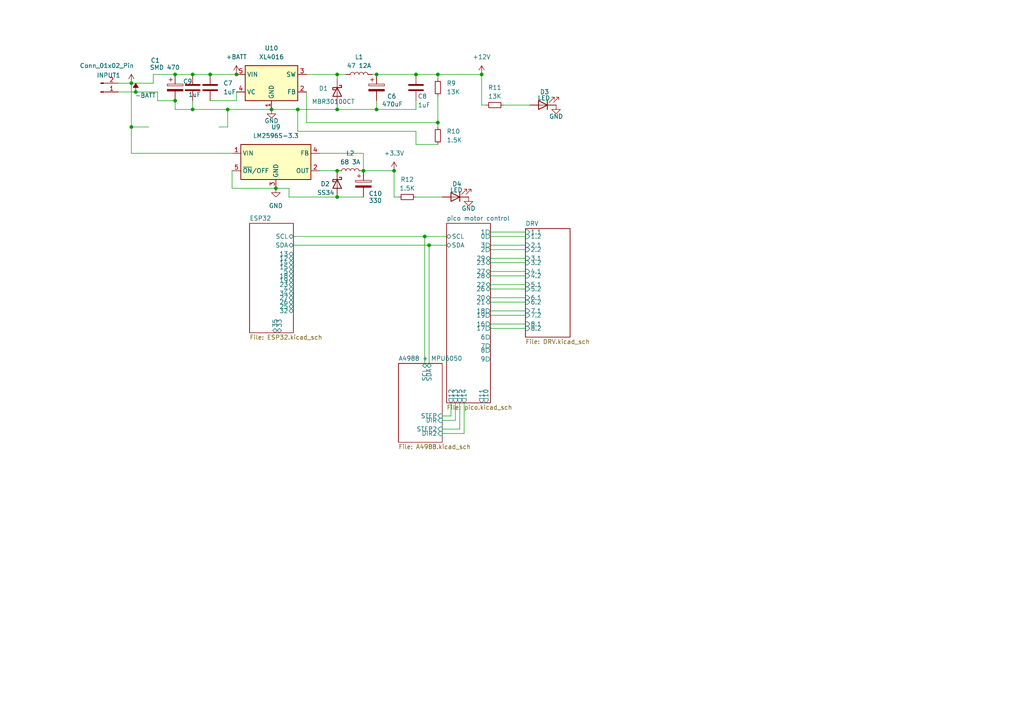
<source format=kicad_sch>
(kicad_sch
	(version 20231120)
	(generator "eeschema")
	(generator_version "8.0")
	(uuid "52d86b2e-43b4-40ca-8cfa-56f8ac57fe29")
	(paper "A4")
	(lib_symbols
		(symbol "Conn_01x02_Pin_1"
			(pin_names
				(offset 1.016) hide)
			(exclude_from_sim no)
			(in_bom yes)
			(on_board yes)
			(property "Reference" "J6"
				(at 0.635 5.08 0)
				(effects
					(font
						(size 1.27 1.27)
					)
				)
			)
			(property "Value" "Conn_01x02_Pin"
				(at 0.635 2.54 0)
				(effects
					(font
						(size 1.27 1.27)
					)
				)
			)
			(property "Footprint" "Connector_AMASS:AMASS_XT60-F_1x02_P7.20mm_Vertical"
				(at 0 0 0)
				(effects
					(font
						(size 1.27 1.27)
					)
					(hide yes)
				)
			)
			(property "Datasheet" "~"
				(at 0 0 0)
				(effects
					(font
						(size 1.27 1.27)
					)
					(hide yes)
				)
			)
			(property "Description" "Generic connector, single row, 01x02, script generated"
				(at 0 0 0)
				(effects
					(font
						(size 1.27 1.27)
					)
					(hide yes)
				)
			)
			(property "ki_locked" ""
				(at 0 0 0)
				(effects
					(font
						(size 1.27 1.27)
					)
				)
			)
			(property "ki_keywords" "connector"
				(at 0 0 0)
				(effects
					(font
						(size 1.27 1.27)
					)
					(hide yes)
				)
			)
			(property "ki_fp_filters" "Connector*:*_1x??_*"
				(at 0 0 0)
				(effects
					(font
						(size 1.27 1.27)
					)
					(hide yes)
				)
			)
			(symbol "Conn_01x02_Pin_1_1_1"
				(polyline
					(pts
						(xy 1.27 -2.54) (xy 0.8636 -2.54)
					)
					(stroke
						(width 0.1524)
						(type default)
					)
					(fill
						(type none)
					)
				)
				(polyline
					(pts
						(xy 1.27 0) (xy 0.8636 0)
					)
					(stroke
						(width 0.1524)
						(type default)
					)
					(fill
						(type none)
					)
				)
				(rectangle
					(start 0.8636 -2.413)
					(end 0 -2.667)
					(stroke
						(width 0.1524)
						(type default)
					)
					(fill
						(type outline)
					)
				)
				(rectangle
					(start 0.8636 0.127)
					(end 0 -0.127)
					(stroke
						(width 0.1524)
						(type default)
					)
					(fill
						(type outline)
					)
				)
				(pin passive line
					(at 5.08 0 180)
					(length 3.81)
					(name "GND"
						(effects
							(font
								(size 1.27 1.27)
							)
						)
					)
					(number "1"
						(effects
							(font
								(size 1.27 1.27)
							)
						)
					)
				)
				(pin passive line
					(at 5.08 -2.54 180)
					(length 3.81)
					(name "VCC"
						(effects
							(font
								(size 1.27 1.27)
							)
						)
					)
					(number "2"
						(effects
							(font
								(size 1.27 1.27)
							)
						)
					)
				)
			)
		)
		(symbol "Device:C"
			(pin_numbers hide)
			(pin_names
				(offset 0.254)
			)
			(exclude_from_sim no)
			(in_bom yes)
			(on_board yes)
			(property "Reference" "C"
				(at 0.635 2.54 0)
				(effects
					(font
						(size 1.27 1.27)
					)
					(justify left)
				)
			)
			(property "Value" "C"
				(at 0.635 -2.54 0)
				(effects
					(font
						(size 1.27 1.27)
					)
					(justify left)
				)
			)
			(property "Footprint" ""
				(at 0.9652 -3.81 0)
				(effects
					(font
						(size 1.27 1.27)
					)
					(hide yes)
				)
			)
			(property "Datasheet" "~"
				(at 0 0 0)
				(effects
					(font
						(size 1.27 1.27)
					)
					(hide yes)
				)
			)
			(property "Description" "Unpolarized capacitor"
				(at 0 0 0)
				(effects
					(font
						(size 1.27 1.27)
					)
					(hide yes)
				)
			)
			(property "ki_keywords" "cap capacitor"
				(at 0 0 0)
				(effects
					(font
						(size 1.27 1.27)
					)
					(hide yes)
				)
			)
			(property "ki_fp_filters" "C_*"
				(at 0 0 0)
				(effects
					(font
						(size 1.27 1.27)
					)
					(hide yes)
				)
			)
			(symbol "C_0_1"
				(polyline
					(pts
						(xy -2.032 -0.762) (xy 2.032 -0.762)
					)
					(stroke
						(width 0.508)
						(type default)
					)
					(fill
						(type none)
					)
				)
				(polyline
					(pts
						(xy -2.032 0.762) (xy 2.032 0.762)
					)
					(stroke
						(width 0.508)
						(type default)
					)
					(fill
						(type none)
					)
				)
			)
			(symbol "C_1_1"
				(pin passive line
					(at 0 3.81 270)
					(length 2.794)
					(name "~"
						(effects
							(font
								(size 1.27 1.27)
							)
						)
					)
					(number "1"
						(effects
							(font
								(size 1.27 1.27)
							)
						)
					)
				)
				(pin passive line
					(at 0 -3.81 90)
					(length 2.794)
					(name "~"
						(effects
							(font
								(size 1.27 1.27)
							)
						)
					)
					(number "2"
						(effects
							(font
								(size 1.27 1.27)
							)
						)
					)
				)
			)
		)
		(symbol "Device:C_Polarized"
			(pin_numbers hide)
			(pin_names
				(offset 0.254)
			)
			(exclude_from_sim no)
			(in_bom yes)
			(on_board yes)
			(property "Reference" "C"
				(at 0.635 2.54 0)
				(effects
					(font
						(size 1.27 1.27)
					)
					(justify left)
				)
			)
			(property "Value" "C_Polarized"
				(at 0.635 -2.54 0)
				(effects
					(font
						(size 1.27 1.27)
					)
					(justify left)
				)
			)
			(property "Footprint" ""
				(at 0.9652 -3.81 0)
				(effects
					(font
						(size 1.27 1.27)
					)
					(hide yes)
				)
			)
			(property "Datasheet" "~"
				(at 0 0 0)
				(effects
					(font
						(size 1.27 1.27)
					)
					(hide yes)
				)
			)
			(property "Description" "Polarized capacitor"
				(at 0 0 0)
				(effects
					(font
						(size 1.27 1.27)
					)
					(hide yes)
				)
			)
			(property "ki_keywords" "cap capacitor"
				(at 0 0 0)
				(effects
					(font
						(size 1.27 1.27)
					)
					(hide yes)
				)
			)
			(property "ki_fp_filters" "CP_*"
				(at 0 0 0)
				(effects
					(font
						(size 1.27 1.27)
					)
					(hide yes)
				)
			)
			(symbol "C_Polarized_0_1"
				(rectangle
					(start -2.286 0.508)
					(end 2.286 1.016)
					(stroke
						(width 0)
						(type default)
					)
					(fill
						(type none)
					)
				)
				(polyline
					(pts
						(xy -1.778 2.286) (xy -0.762 2.286)
					)
					(stroke
						(width 0)
						(type default)
					)
					(fill
						(type none)
					)
				)
				(polyline
					(pts
						(xy -1.27 2.794) (xy -1.27 1.778)
					)
					(stroke
						(width 0)
						(type default)
					)
					(fill
						(type none)
					)
				)
				(rectangle
					(start 2.286 -0.508)
					(end -2.286 -1.016)
					(stroke
						(width 0)
						(type default)
					)
					(fill
						(type outline)
					)
				)
			)
			(symbol "C_Polarized_1_1"
				(pin passive line
					(at 0 3.81 270)
					(length 2.794)
					(name "~"
						(effects
							(font
								(size 1.27 1.27)
							)
						)
					)
					(number "1"
						(effects
							(font
								(size 1.27 1.27)
							)
						)
					)
				)
				(pin passive line
					(at 0 -3.81 90)
					(length 2.794)
					(name "~"
						(effects
							(font
								(size 1.27 1.27)
							)
						)
					)
					(number "2"
						(effects
							(font
								(size 1.27 1.27)
							)
						)
					)
				)
			)
		)
		(symbol "Device:D_Schottky"
			(pin_numbers hide)
			(pin_names
				(offset 1.016) hide)
			(exclude_from_sim no)
			(in_bom yes)
			(on_board yes)
			(property "Reference" "D"
				(at 0 2.54 0)
				(effects
					(font
						(size 1.27 1.27)
					)
				)
			)
			(property "Value" "D_Schottky"
				(at 0 -2.54 0)
				(effects
					(font
						(size 1.27 1.27)
					)
				)
			)
			(property "Footprint" ""
				(at 0 0 0)
				(effects
					(font
						(size 1.27 1.27)
					)
					(hide yes)
				)
			)
			(property "Datasheet" "~"
				(at 0 0 0)
				(effects
					(font
						(size 1.27 1.27)
					)
					(hide yes)
				)
			)
			(property "Description" "Schottky diode"
				(at 0 0 0)
				(effects
					(font
						(size 1.27 1.27)
					)
					(hide yes)
				)
			)
			(property "ki_keywords" "diode Schottky"
				(at 0 0 0)
				(effects
					(font
						(size 1.27 1.27)
					)
					(hide yes)
				)
			)
			(property "ki_fp_filters" "TO-???* *_Diode_* *SingleDiode* D_*"
				(at 0 0 0)
				(effects
					(font
						(size 1.27 1.27)
					)
					(hide yes)
				)
			)
			(symbol "D_Schottky_0_1"
				(polyline
					(pts
						(xy 1.27 0) (xy -1.27 0)
					)
					(stroke
						(width 0)
						(type default)
					)
					(fill
						(type none)
					)
				)
				(polyline
					(pts
						(xy 1.27 1.27) (xy 1.27 -1.27) (xy -1.27 0) (xy 1.27 1.27)
					)
					(stroke
						(width 0.254)
						(type default)
					)
					(fill
						(type none)
					)
				)
				(polyline
					(pts
						(xy -1.905 0.635) (xy -1.905 1.27) (xy -1.27 1.27) (xy -1.27 -1.27) (xy -0.635 -1.27) (xy -0.635 -0.635)
					)
					(stroke
						(width 0.254)
						(type default)
					)
					(fill
						(type none)
					)
				)
			)
			(symbol "D_Schottky_1_1"
				(pin passive line
					(at -3.81 0 0)
					(length 2.54)
					(name "K"
						(effects
							(font
								(size 1.27 1.27)
							)
						)
					)
					(number "1"
						(effects
							(font
								(size 1.27 1.27)
							)
						)
					)
				)
				(pin passive line
					(at 3.81 0 180)
					(length 2.54)
					(name "A"
						(effects
							(font
								(size 1.27 1.27)
							)
						)
					)
					(number "2"
						(effects
							(font
								(size 1.27 1.27)
							)
						)
					)
				)
			)
		)
		(symbol "Device:L"
			(pin_numbers hide)
			(pin_names
				(offset 1.016) hide)
			(exclude_from_sim no)
			(in_bom yes)
			(on_board yes)
			(property "Reference" "L"
				(at -1.27 0 90)
				(effects
					(font
						(size 1.27 1.27)
					)
				)
			)
			(property "Value" "L"
				(at 1.905 0 90)
				(effects
					(font
						(size 1.27 1.27)
					)
				)
			)
			(property "Footprint" ""
				(at 0 0 0)
				(effects
					(font
						(size 1.27 1.27)
					)
					(hide yes)
				)
			)
			(property "Datasheet" "~"
				(at 0 0 0)
				(effects
					(font
						(size 1.27 1.27)
					)
					(hide yes)
				)
			)
			(property "Description" "Inductor"
				(at 0 0 0)
				(effects
					(font
						(size 1.27 1.27)
					)
					(hide yes)
				)
			)
			(property "ki_keywords" "inductor choke coil reactor magnetic"
				(at 0 0 0)
				(effects
					(font
						(size 1.27 1.27)
					)
					(hide yes)
				)
			)
			(property "ki_fp_filters" "Choke_* *Coil* Inductor_* L_*"
				(at 0 0 0)
				(effects
					(font
						(size 1.27 1.27)
					)
					(hide yes)
				)
			)
			(symbol "L_0_1"
				(arc
					(start 0 -2.54)
					(mid 0.6323 -1.905)
					(end 0 -1.27)
					(stroke
						(width 0)
						(type default)
					)
					(fill
						(type none)
					)
				)
				(arc
					(start 0 -1.27)
					(mid 0.6323 -0.635)
					(end 0 0)
					(stroke
						(width 0)
						(type default)
					)
					(fill
						(type none)
					)
				)
				(arc
					(start 0 0)
					(mid 0.6323 0.635)
					(end 0 1.27)
					(stroke
						(width 0)
						(type default)
					)
					(fill
						(type none)
					)
				)
				(arc
					(start 0 1.27)
					(mid 0.6323 1.905)
					(end 0 2.54)
					(stroke
						(width 0)
						(type default)
					)
					(fill
						(type none)
					)
				)
			)
			(symbol "L_1_1"
				(pin passive line
					(at 0 3.81 270)
					(length 1.27)
					(name "1"
						(effects
							(font
								(size 1.27 1.27)
							)
						)
					)
					(number "1"
						(effects
							(font
								(size 1.27 1.27)
							)
						)
					)
				)
				(pin passive line
					(at 0 -3.81 90)
					(length 1.27)
					(name "2"
						(effects
							(font
								(size 1.27 1.27)
							)
						)
					)
					(number "2"
						(effects
							(font
								(size 1.27 1.27)
							)
						)
					)
				)
			)
		)
		(symbol "Device:LED"
			(pin_numbers hide)
			(pin_names
				(offset 1.016) hide)
			(exclude_from_sim no)
			(in_bom yes)
			(on_board yes)
			(property "Reference" "D"
				(at 0 2.54 0)
				(effects
					(font
						(size 1.27 1.27)
					)
				)
			)
			(property "Value" "LED"
				(at 0 -2.54 0)
				(effects
					(font
						(size 1.27 1.27)
					)
				)
			)
			(property "Footprint" ""
				(at 0 0 0)
				(effects
					(font
						(size 1.27 1.27)
					)
					(hide yes)
				)
			)
			(property "Datasheet" "~"
				(at 0 0 0)
				(effects
					(font
						(size 1.27 1.27)
					)
					(hide yes)
				)
			)
			(property "Description" "Light emitting diode"
				(at 0 0 0)
				(effects
					(font
						(size 1.27 1.27)
					)
					(hide yes)
				)
			)
			(property "ki_keywords" "LED diode"
				(at 0 0 0)
				(effects
					(font
						(size 1.27 1.27)
					)
					(hide yes)
				)
			)
			(property "ki_fp_filters" "LED* LED_SMD:* LED_THT:*"
				(at 0 0 0)
				(effects
					(font
						(size 1.27 1.27)
					)
					(hide yes)
				)
			)
			(symbol "LED_0_1"
				(polyline
					(pts
						(xy -1.27 -1.27) (xy -1.27 1.27)
					)
					(stroke
						(width 0.254)
						(type default)
					)
					(fill
						(type none)
					)
				)
				(polyline
					(pts
						(xy -1.27 0) (xy 1.27 0)
					)
					(stroke
						(width 0)
						(type default)
					)
					(fill
						(type none)
					)
				)
				(polyline
					(pts
						(xy 1.27 -1.27) (xy 1.27 1.27) (xy -1.27 0) (xy 1.27 -1.27)
					)
					(stroke
						(width 0.254)
						(type default)
					)
					(fill
						(type none)
					)
				)
				(polyline
					(pts
						(xy -3.048 -0.762) (xy -4.572 -2.286) (xy -3.81 -2.286) (xy -4.572 -2.286) (xy -4.572 -1.524)
					)
					(stroke
						(width 0)
						(type default)
					)
					(fill
						(type none)
					)
				)
				(polyline
					(pts
						(xy -1.778 -0.762) (xy -3.302 -2.286) (xy -2.54 -2.286) (xy -3.302 -2.286) (xy -3.302 -1.524)
					)
					(stroke
						(width 0)
						(type default)
					)
					(fill
						(type none)
					)
				)
			)
			(symbol "LED_1_1"
				(pin passive line
					(at -3.81 0 0)
					(length 2.54)
					(name "K"
						(effects
							(font
								(size 1.27 1.27)
							)
						)
					)
					(number "1"
						(effects
							(font
								(size 1.27 1.27)
							)
						)
					)
				)
				(pin passive line
					(at 3.81 0 180)
					(length 2.54)
					(name "A"
						(effects
							(font
								(size 1.27 1.27)
							)
						)
					)
					(number "2"
						(effects
							(font
								(size 1.27 1.27)
							)
						)
					)
				)
			)
		)
		(symbol "Device:R_Small"
			(pin_numbers hide)
			(pin_names
				(offset 0.254) hide)
			(exclude_from_sim no)
			(in_bom yes)
			(on_board yes)
			(property "Reference" "R"
				(at 0.762 0.508 0)
				(effects
					(font
						(size 1.27 1.27)
					)
					(justify left)
				)
			)
			(property "Value" "R_Small"
				(at 0.762 -1.016 0)
				(effects
					(font
						(size 1.27 1.27)
					)
					(justify left)
				)
			)
			(property "Footprint" ""
				(at 0 0 0)
				(effects
					(font
						(size 1.27 1.27)
					)
					(hide yes)
				)
			)
			(property "Datasheet" "~"
				(at 0 0 0)
				(effects
					(font
						(size 1.27 1.27)
					)
					(hide yes)
				)
			)
			(property "Description" "Resistor, small symbol"
				(at 0 0 0)
				(effects
					(font
						(size 1.27 1.27)
					)
					(hide yes)
				)
			)
			(property "ki_keywords" "R resistor"
				(at 0 0 0)
				(effects
					(font
						(size 1.27 1.27)
					)
					(hide yes)
				)
			)
			(property "ki_fp_filters" "R_*"
				(at 0 0 0)
				(effects
					(font
						(size 1.27 1.27)
					)
					(hide yes)
				)
			)
			(symbol "R_Small_0_1"
				(rectangle
					(start -0.762 1.778)
					(end 0.762 -1.778)
					(stroke
						(width 0.2032)
						(type default)
					)
					(fill
						(type none)
					)
				)
			)
			(symbol "R_Small_1_1"
				(pin passive line
					(at 0 2.54 270)
					(length 0.762)
					(name "~"
						(effects
							(font
								(size 1.27 1.27)
							)
						)
					)
					(number "1"
						(effects
							(font
								(size 1.27 1.27)
							)
						)
					)
				)
				(pin passive line
					(at 0 -2.54 90)
					(length 0.762)
					(name "~"
						(effects
							(font
								(size 1.27 1.27)
							)
						)
					)
					(number "2"
						(effects
							(font
								(size 1.27 1.27)
							)
						)
					)
				)
			)
		)
		(symbol "Regulator_Switching:LM2596S-3.3"
			(exclude_from_sim no)
			(in_bom yes)
			(on_board yes)
			(property "Reference" "U"
				(at -10.16 6.35 0)
				(effects
					(font
						(size 1.27 1.27)
					)
					(justify left)
				)
			)
			(property "Value" "LM2596S-3.3"
				(at 0 6.35 0)
				(effects
					(font
						(size 1.27 1.27)
					)
					(justify left)
				)
			)
			(property "Footprint" "Package_TO_SOT_SMD:TO-263-5_TabPin3"
				(at 1.27 -6.35 0)
				(effects
					(font
						(size 1.27 1.27)
						(italic yes)
					)
					(justify left)
					(hide yes)
				)
			)
			(property "Datasheet" "http://www.ti.com/lit/ds/symlink/lm2596.pdf"
				(at 0 0 0)
				(effects
					(font
						(size 1.27 1.27)
					)
					(hide yes)
				)
			)
			(property "Description" "3.3V 3A Step-Down Voltage Regulator, TO-263"
				(at 0 0 0)
				(effects
					(font
						(size 1.27 1.27)
					)
					(hide yes)
				)
			)
			(property "ki_keywords" "Step-Down Voltage Regulator 3.3V 3A"
				(at 0 0 0)
				(effects
					(font
						(size 1.27 1.27)
					)
					(hide yes)
				)
			)
			(property "ki_fp_filters" "TO?263*"
				(at 0 0 0)
				(effects
					(font
						(size 1.27 1.27)
					)
					(hide yes)
				)
			)
			(symbol "LM2596S-3.3_0_1"
				(rectangle
					(start -10.16 5.08)
					(end 10.16 -5.08)
					(stroke
						(width 0.254)
						(type default)
					)
					(fill
						(type background)
					)
				)
			)
			(symbol "LM2596S-3.3_1_1"
				(pin power_in line
					(at -12.7 2.54 0)
					(length 2.54)
					(name "VIN"
						(effects
							(font
								(size 1.27 1.27)
							)
						)
					)
					(number "1"
						(effects
							(font
								(size 1.27 1.27)
							)
						)
					)
				)
				(pin output line
					(at 12.7 -2.54 180)
					(length 2.54)
					(name "OUT"
						(effects
							(font
								(size 1.27 1.27)
							)
						)
					)
					(number "2"
						(effects
							(font
								(size 1.27 1.27)
							)
						)
					)
				)
				(pin power_in line
					(at 0 -7.62 90)
					(length 2.54)
					(name "GND"
						(effects
							(font
								(size 1.27 1.27)
							)
						)
					)
					(number "3"
						(effects
							(font
								(size 1.27 1.27)
							)
						)
					)
				)
				(pin input line
					(at 12.7 2.54 180)
					(length 2.54)
					(name "FB"
						(effects
							(font
								(size 1.27 1.27)
							)
						)
					)
					(number "4"
						(effects
							(font
								(size 1.27 1.27)
							)
						)
					)
				)
				(pin input line
					(at -12.7 -2.54 0)
					(length 2.54)
					(name "~{ON}/OFF"
						(effects
							(font
								(size 1.27 1.27)
							)
						)
					)
					(number "5"
						(effects
							(font
								(size 1.27 1.27)
							)
						)
					)
				)
			)
		)
		(symbol "Regulator_Switching:XL4015"
			(exclude_from_sim no)
			(in_bom yes)
			(on_board yes)
			(property "Reference" "U?"
				(at -6.35 6.35 0)
				(effects
					(font
						(size 1.27 1.27)
					)
				)
			)
			(property "Value" "XL4015"
				(at 6.35 6.35 0)
				(effects
					(font
						(size 1.27 1.27)
					)
				)
			)
			(property "Footprint" "Package_TO_SOT_SMD:TO-263-5_TabPin3"
				(at 21.59 -7.62 0)
				(effects
					(font
						(size 1.27 1.27)
					)
					(hide yes)
				)
			)
			(property "Datasheet" "http://www.xlsemi.net/datasheet/XL4015%20datasheet-English.pdf"
				(at 0 0 0)
				(effects
					(font
						(size 1.27 1.27)
					)
					(hide yes)
				)
			)
			(property "Description" "5A 180kHz 36V Buck DC to DC Converter"
				(at 0 0 0)
				(effects
					(font
						(size 1.27 1.27)
					)
					(hide yes)
				)
			)
			(property "ki_keywords" "Buck DC-DC"
				(at 0 0 0)
				(effects
					(font
						(size 1.27 1.27)
					)
					(hide yes)
				)
			)
			(property "ki_fp_filters" "TO?263*"
				(at 0 0 0)
				(effects
					(font
						(size 1.27 1.27)
					)
					(hide yes)
				)
			)
			(symbol "XL4015_0_1"
				(rectangle
					(start -7.62 5.08)
					(end 7.62 -5.08)
					(stroke
						(width 0.254)
						(type default)
					)
					(fill
						(type background)
					)
				)
			)
			(symbol "XL4015_1_1"
				(pin power_in line
					(at 0 -7.62 90)
					(length 2.54)
					(name "GND"
						(effects
							(font
								(size 1.27 1.27)
							)
						)
					)
					(number "1"
						(effects
							(font
								(size 1.27 1.27)
							)
						)
					)
				)
				(pin input line
					(at 10.16 -2.54 180)
					(length 2.54)
					(name "FB"
						(effects
							(font
								(size 1.27 1.27)
							)
						)
					)
					(number "2"
						(effects
							(font
								(size 1.27 1.27)
							)
						)
					)
				)
				(pin power_out line
					(at 10.16 2.54 180)
					(length 2.54)
					(name "SW"
						(effects
							(font
								(size 1.27 1.27)
							)
						)
					)
					(number "3"
						(effects
							(font
								(size 1.27 1.27)
							)
						)
					)
				)
				(pin input line
					(at -10.16 -2.54 0)
					(length 2.54)
					(name "VC"
						(effects
							(font
								(size 1.27 1.27)
							)
						)
					)
					(number "4"
						(effects
							(font
								(size 1.27 1.27)
							)
						)
					)
				)
				(pin power_in line
					(at -10.16 2.54 0)
					(length 2.54)
					(name "VIN"
						(effects
							(font
								(size 1.27 1.27)
							)
						)
					)
					(number "5"
						(effects
							(font
								(size 1.27 1.27)
							)
						)
					)
				)
			)
		)
		(symbol "power:+12V"
			(power)
			(pin_numbers hide)
			(pin_names
				(offset 0) hide)
			(exclude_from_sim no)
			(in_bom yes)
			(on_board yes)
			(property "Reference" "#PWR"
				(at 0 -3.81 0)
				(effects
					(font
						(size 1.27 1.27)
					)
					(hide yes)
				)
			)
			(property "Value" "+12V"
				(at 0 3.556 0)
				(effects
					(font
						(size 1.27 1.27)
					)
				)
			)
			(property "Footprint" ""
				(at 0 0 0)
				(effects
					(font
						(size 1.27 1.27)
					)
					(hide yes)
				)
			)
			(property "Datasheet" ""
				(at 0 0 0)
				(effects
					(font
						(size 1.27 1.27)
					)
					(hide yes)
				)
			)
			(property "Description" "Power symbol creates a global label with name \"+12V\""
				(at 0 0 0)
				(effects
					(font
						(size 1.27 1.27)
					)
					(hide yes)
				)
			)
			(property "ki_keywords" "global power"
				(at 0 0 0)
				(effects
					(font
						(size 1.27 1.27)
					)
					(hide yes)
				)
			)
			(symbol "+12V_0_1"
				(polyline
					(pts
						(xy -0.762 1.27) (xy 0 2.54)
					)
					(stroke
						(width 0)
						(type default)
					)
					(fill
						(type none)
					)
				)
				(polyline
					(pts
						(xy 0 0) (xy 0 2.54)
					)
					(stroke
						(width 0)
						(type default)
					)
					(fill
						(type none)
					)
				)
				(polyline
					(pts
						(xy 0 2.54) (xy 0.762 1.27)
					)
					(stroke
						(width 0)
						(type default)
					)
					(fill
						(type none)
					)
				)
			)
			(symbol "+12V_1_1"
				(pin power_in line
					(at 0 0 90)
					(length 0)
					(name "~"
						(effects
							(font
								(size 1.27 1.27)
							)
						)
					)
					(number "1"
						(effects
							(font
								(size 1.27 1.27)
							)
						)
					)
				)
			)
		)
		(symbol "power:+3.3V"
			(power)
			(pin_numbers hide)
			(pin_names
				(offset 0) hide)
			(exclude_from_sim no)
			(in_bom yes)
			(on_board yes)
			(property "Reference" "#PWR"
				(at 0 -3.81 0)
				(effects
					(font
						(size 1.27 1.27)
					)
					(hide yes)
				)
			)
			(property "Value" "+3.3V"
				(at 0 3.556 0)
				(effects
					(font
						(size 1.27 1.27)
					)
				)
			)
			(property "Footprint" ""
				(at 0 0 0)
				(effects
					(font
						(size 1.27 1.27)
					)
					(hide yes)
				)
			)
			(property "Datasheet" ""
				(at 0 0 0)
				(effects
					(font
						(size 1.27 1.27)
					)
					(hide yes)
				)
			)
			(property "Description" "Power symbol creates a global label with name \"+3.3V\""
				(at 0 0 0)
				(effects
					(font
						(size 1.27 1.27)
					)
					(hide yes)
				)
			)
			(property "ki_keywords" "global power"
				(at 0 0 0)
				(effects
					(font
						(size 1.27 1.27)
					)
					(hide yes)
				)
			)
			(symbol "+3.3V_0_1"
				(polyline
					(pts
						(xy -0.762 1.27) (xy 0 2.54)
					)
					(stroke
						(width 0)
						(type default)
					)
					(fill
						(type none)
					)
				)
				(polyline
					(pts
						(xy 0 0) (xy 0 2.54)
					)
					(stroke
						(width 0)
						(type default)
					)
					(fill
						(type none)
					)
				)
				(polyline
					(pts
						(xy 0 2.54) (xy 0.762 1.27)
					)
					(stroke
						(width 0)
						(type default)
					)
					(fill
						(type none)
					)
				)
			)
			(symbol "+3.3V_1_1"
				(pin power_in line
					(at 0 0 90)
					(length 0)
					(name "~"
						(effects
							(font
								(size 1.27 1.27)
							)
						)
					)
					(number "1"
						(effects
							(font
								(size 1.27 1.27)
							)
						)
					)
				)
			)
		)
		(symbol "power:+BATT"
			(power)
			(pin_numbers hide)
			(pin_names
				(offset 0) hide)
			(exclude_from_sim no)
			(in_bom yes)
			(on_board yes)
			(property "Reference" "#PWR"
				(at 0 -3.81 0)
				(effects
					(font
						(size 1.27 1.27)
					)
					(hide yes)
				)
			)
			(property "Value" "+BATT"
				(at 0 3.556 0)
				(effects
					(font
						(size 1.27 1.27)
					)
				)
			)
			(property "Footprint" ""
				(at 0 0 0)
				(effects
					(font
						(size 1.27 1.27)
					)
					(hide yes)
				)
			)
			(property "Datasheet" ""
				(at 0 0 0)
				(effects
					(font
						(size 1.27 1.27)
					)
					(hide yes)
				)
			)
			(property "Description" "Power symbol creates a global label with name \"+BATT\""
				(at 0 0 0)
				(effects
					(font
						(size 1.27 1.27)
					)
					(hide yes)
				)
			)
			(property "ki_keywords" "global power battery"
				(at 0 0 0)
				(effects
					(font
						(size 1.27 1.27)
					)
					(hide yes)
				)
			)
			(symbol "+BATT_0_1"
				(polyline
					(pts
						(xy -0.762 1.27) (xy 0 2.54)
					)
					(stroke
						(width 0)
						(type default)
					)
					(fill
						(type none)
					)
				)
				(polyline
					(pts
						(xy 0 0) (xy 0 2.54)
					)
					(stroke
						(width 0)
						(type default)
					)
					(fill
						(type none)
					)
				)
				(polyline
					(pts
						(xy 0 2.54) (xy 0.762 1.27)
					)
					(stroke
						(width 0)
						(type default)
					)
					(fill
						(type none)
					)
				)
			)
			(symbol "+BATT_1_1"
				(pin power_in line
					(at 0 0 90)
					(length 0)
					(name "~"
						(effects
							(font
								(size 1.27 1.27)
							)
						)
					)
					(number "1"
						(effects
							(font
								(size 1.27 1.27)
							)
						)
					)
				)
			)
		)
		(symbol "power:-BATT"
			(power)
			(pin_numbers hide)
			(pin_names
				(offset 0) hide)
			(exclude_from_sim no)
			(in_bom yes)
			(on_board yes)
			(property "Reference" "#PWR"
				(at 0 -3.81 0)
				(effects
					(font
						(size 1.27 1.27)
					)
					(hide yes)
				)
			)
			(property "Value" "-BATT"
				(at 0 3.556 0)
				(effects
					(font
						(size 1.27 1.27)
					)
				)
			)
			(property "Footprint" ""
				(at 0 0 0)
				(effects
					(font
						(size 1.27 1.27)
					)
					(hide yes)
				)
			)
			(property "Datasheet" ""
				(at 0 0 0)
				(effects
					(font
						(size 1.27 1.27)
					)
					(hide yes)
				)
			)
			(property "Description" "Power symbol creates a global label with name \"-BATT\""
				(at 0 0 0)
				(effects
					(font
						(size 1.27 1.27)
					)
					(hide yes)
				)
			)
			(property "ki_keywords" "global power battery"
				(at 0 0 0)
				(effects
					(font
						(size 1.27 1.27)
					)
					(hide yes)
				)
			)
			(symbol "-BATT_0_1"
				(polyline
					(pts
						(xy 0 0) (xy 0 2.54)
					)
					(stroke
						(width 0)
						(type default)
					)
					(fill
						(type none)
					)
				)
				(polyline
					(pts
						(xy 0.762 1.27) (xy -0.762 1.27) (xy 0 2.54) (xy 0.762 1.27)
					)
					(stroke
						(width 0)
						(type default)
					)
					(fill
						(type outline)
					)
				)
			)
			(symbol "-BATT_1_1"
				(pin power_in line
					(at 0 0 90)
					(length 0)
					(name "~"
						(effects
							(font
								(size 1.27 1.27)
							)
						)
					)
					(number "1"
						(effects
							(font
								(size 1.27 1.27)
							)
						)
					)
				)
			)
		)
		(symbol "power:GND"
			(power)
			(pin_numbers hide)
			(pin_names
				(offset 0) hide)
			(exclude_from_sim no)
			(in_bom yes)
			(on_board yes)
			(property "Reference" "#PWR"
				(at 0 -6.35 0)
				(effects
					(font
						(size 1.27 1.27)
					)
					(hide yes)
				)
			)
			(property "Value" "GND"
				(at 0 -3.81 0)
				(effects
					(font
						(size 1.27 1.27)
					)
				)
			)
			(property "Footprint" ""
				(at 0 0 0)
				(effects
					(font
						(size 1.27 1.27)
					)
					(hide yes)
				)
			)
			(property "Datasheet" ""
				(at 0 0 0)
				(effects
					(font
						(size 1.27 1.27)
					)
					(hide yes)
				)
			)
			(property "Description" "Power symbol creates a global label with name \"GND\" , ground"
				(at 0 0 0)
				(effects
					(font
						(size 1.27 1.27)
					)
					(hide yes)
				)
			)
			(property "ki_keywords" "global power"
				(at 0 0 0)
				(effects
					(font
						(size 1.27 1.27)
					)
					(hide yes)
				)
			)
			(symbol "GND_0_1"
				(polyline
					(pts
						(xy 0 0) (xy 0 -1.27) (xy 1.27 -1.27) (xy 0 -2.54) (xy -1.27 -1.27) (xy 0 -1.27)
					)
					(stroke
						(width 0)
						(type default)
					)
					(fill
						(type none)
					)
				)
			)
			(symbol "GND_1_1"
				(pin power_in line
					(at 0 0 270)
					(length 0)
					(name "~"
						(effects
							(font
								(size 1.27 1.27)
							)
						)
					)
					(number "1"
						(effects
							(font
								(size 1.27 1.27)
							)
						)
					)
				)
			)
		)
	)
	(junction
		(at 114.3 49.53)
		(diameter 0)
		(color 0 0 0 0)
		(uuid "0557d1bb-418f-4bd7-a61b-f7df49b8396d")
	)
	(junction
		(at 86.36 31.75)
		(diameter 0)
		(color 0 0 0 0)
		(uuid "0583dd72-805b-4730-833d-adf0c00955c0")
	)
	(junction
		(at 123.19 68.58)
		(diameter 0)
		(color 0 0 0 0)
		(uuid "0c4cad22-a88a-4484-ae86-9f86b65caefa")
	)
	(junction
		(at 127 35.56)
		(diameter 0)
		(color 0 0 0 0)
		(uuid "0cf9309e-4337-497c-b5a0-7849a3a3a172")
	)
	(junction
		(at 38.1 36.83)
		(diameter 0)
		(color 0 0 0 0)
		(uuid "0d0ba659-90f6-4b66-9f8f-66b630982004")
	)
	(junction
		(at 38.1 24.13)
		(diameter 0)
		(color 0 0 0 0)
		(uuid "1d11274d-fd5e-470c-a035-8dbc524d4936")
	)
	(junction
		(at 97.79 57.15)
		(diameter 0)
		(color 0 0 0 0)
		(uuid "1f9a7cd0-6bc1-4b42-9c85-192fcca6a01b")
	)
	(junction
		(at 127 21.59)
		(diameter 0)
		(color 0 0 0 0)
		(uuid "20dd1565-4c9e-42d9-8f41-00428d416f8d")
	)
	(junction
		(at 68.58 21.59)
		(diameter 0)
		(color 0 0 0 0)
		(uuid "29f8cb7d-8d30-472e-9564-a511412c0ee0")
	)
	(junction
		(at 105.41 49.53)
		(diameter 0)
		(color 0 0 0 0)
		(uuid "2b3458da-c603-4f51-82e2-e3f318d2b182")
	)
	(junction
		(at 97.79 21.59)
		(diameter 0)
		(color 0 0 0 0)
		(uuid "32acf978-60a7-4d9f-9ba5-6292f21d29af")
	)
	(junction
		(at 39.37 26.67)
		(diameter 0)
		(color 0 0 0 0)
		(uuid "34d4426c-3c33-4947-87e0-37528c5c47cb")
	)
	(junction
		(at 55.88 31.75)
		(diameter 0)
		(color 0 0 0 0)
		(uuid "5455959f-f8cc-4546-b46e-409045ec6968")
	)
	(junction
		(at 80.01 54.61)
		(diameter 0)
		(color 0 0 0 0)
		(uuid "654e1d7e-34c5-4e84-af55-91988e07dd97")
	)
	(junction
		(at 109.22 21.59)
		(diameter 0)
		(color 0 0 0 0)
		(uuid "67a3ae9a-f2ac-4a10-b9c9-e41def7b18a2")
	)
	(junction
		(at 60.96 21.59)
		(diameter 0)
		(color 0 0 0 0)
		(uuid "6902d15e-94bc-4f37-a973-a3b3a1d15acb")
	)
	(junction
		(at 97.79 49.53)
		(diameter 0)
		(color 0 0 0 0)
		(uuid "6c524c74-ce6d-4dad-87ed-823016242d51")
	)
	(junction
		(at 78.74 31.75)
		(diameter 0)
		(color 0 0 0 0)
		(uuid "6e7fb7f9-2a9b-4043-b050-bdc5e967e1d5")
	)
	(junction
		(at 124.46 71.12)
		(diameter 0)
		(color 0 0 0 0)
		(uuid "77563215-7ad4-4492-9bd3-5f393afd76fc")
	)
	(junction
		(at 55.88 21.59)
		(diameter 0)
		(color 0 0 0 0)
		(uuid "82509fc1-e97d-4f70-86c6-842a7df369ee")
	)
	(junction
		(at 50.8 29.21)
		(diameter 0)
		(color 0 0 0 0)
		(uuid "8ef040c9-991d-40e9-b3ba-c53a79d52c25")
	)
	(junction
		(at 139.7 21.59)
		(diameter 0)
		(color 0 0 0 0)
		(uuid "aa86bee4-bf6b-4596-aca0-153070e526cb")
	)
	(junction
		(at 120.65 21.59)
		(diameter 0)
		(color 0 0 0 0)
		(uuid "becf41ea-9b37-4863-9e0e-d14a026633bb")
	)
	(junction
		(at 66.04 31.75)
		(diameter 0)
		(color 0 0 0 0)
		(uuid "cb0e3c26-77eb-4e00-9898-d1784270c56b")
	)
	(junction
		(at 109.22 31.75)
		(diameter 0)
		(color 0 0 0 0)
		(uuid "cd4b2bb1-83fa-4efb-8d87-562367c16cc7")
	)
	(junction
		(at 50.8 21.59)
		(diameter 0)
		(color 0 0 0 0)
		(uuid "e75e8177-a7ef-48c1-b81c-3d22b163f320")
	)
	(junction
		(at 97.79 31.75)
		(diameter 0)
		(color 0 0 0 0)
		(uuid "f04ea8d1-d8c3-4033-b774-b473d5b19f52")
	)
	(wire
		(pts
			(xy 78.74 31.75) (xy 86.36 31.75)
		)
		(stroke
			(width 0)
			(type default)
		)
		(uuid "0063622d-8837-424d-8ab4-de01a0a34598")
	)
	(wire
		(pts
			(xy 130.81 116.84) (xy 130.81 120.65)
		)
		(stroke
			(width 0)
			(type default)
		)
		(uuid "02e9ddfb-176d-43f8-b65c-95d0a65f6ff1")
	)
	(wire
		(pts
			(xy 55.88 31.75) (xy 66.04 31.75)
		)
		(stroke
			(width 0)
			(type default)
		)
		(uuid "0a5db66f-3914-4af7-8753-7407c9316e0b")
	)
	(wire
		(pts
			(xy 127 36.83) (xy 127 35.56)
		)
		(stroke
			(width 0)
			(type default)
		)
		(uuid "0c3c7a71-45c8-4965-b87b-fec42e36c3b0")
	)
	(wire
		(pts
			(xy 120.65 31.75) (xy 109.22 31.75)
		)
		(stroke
			(width 0)
			(type default)
		)
		(uuid "0cdc7a37-c5ca-49ac-8682-938bd0bc3f02")
	)
	(wire
		(pts
			(xy 67.31 54.61) (xy 80.01 54.61)
		)
		(stroke
			(width 0)
			(type default)
		)
		(uuid "0fa9831d-8067-4e1e-a76d-fa26db61dc41")
	)
	(wire
		(pts
			(xy 127 21.59) (xy 139.7 21.59)
		)
		(stroke
			(width 0)
			(type default)
		)
		(uuid "108d3260-fb2a-495e-b6f9-17a3c60a2f74")
	)
	(wire
		(pts
			(xy 68.58 26.67) (xy 68.58 29.21)
		)
		(stroke
			(width 0)
			(type default)
		)
		(uuid "11c7312b-2608-4524-92fe-ea2125b9f4fd")
	)
	(wire
		(pts
			(xy 67.31 49.53) (xy 67.31 54.61)
		)
		(stroke
			(width 0)
			(type default)
		)
		(uuid "17560304-0447-44f4-8ce8-5fec3a52d9f4")
	)
	(wire
		(pts
			(xy 124.46 71.12) (xy 124.46 105.41)
		)
		(stroke
			(width 0)
			(type default)
		)
		(uuid "1d1975eb-4551-46cd-8321-078351366037")
	)
	(wire
		(pts
			(xy 142.24 87.63) (xy 152.4 87.63)
		)
		(stroke
			(width 0)
			(type default)
		)
		(uuid "1ded53d7-d7d5-4cd5-a0e2-4553e6d7c5eb")
	)
	(wire
		(pts
			(xy 120.65 29.21) (xy 120.65 31.75)
		)
		(stroke
			(width 0)
			(type default)
		)
		(uuid "1f15084e-55e7-49d6-8c28-2f497f8247d4")
	)
	(wire
		(pts
			(xy 63.5 36.83) (xy 66.04 36.83)
		)
		(stroke
			(width 0)
			(type default)
		)
		(uuid "202d50e5-cb44-418e-b8b5-d01b8477003a")
	)
	(wire
		(pts
			(xy 66.04 36.83) (xy 66.04 31.75)
		)
		(stroke
			(width 0)
			(type default)
		)
		(uuid "203a3d22-003c-4fe4-b02d-4dacb4a4c504")
	)
	(wire
		(pts
			(xy 97.79 57.15) (xy 83.82 57.15)
		)
		(stroke
			(width 0)
			(type default)
		)
		(uuid "21578309-acbf-4a32-b51e-66db0d8bbe5a")
	)
	(wire
		(pts
			(xy 133.35 116.84) (xy 133.35 124.46)
		)
		(stroke
			(width 0)
			(type default)
		)
		(uuid "2320ca91-996c-4b80-bd8c-f02f0273c45a")
	)
	(wire
		(pts
			(xy 142.24 80.01) (xy 152.4 80.01)
		)
		(stroke
			(width 0)
			(type default)
		)
		(uuid "26414c5b-4480-4797-a745-d3cab4b891e7")
	)
	(wire
		(pts
			(xy 105.41 44.45) (xy 105.41 49.53)
		)
		(stroke
			(width 0)
			(type default)
		)
		(uuid "26dd211f-476b-45de-8020-f5dc9db22d04")
	)
	(wire
		(pts
			(xy 142.24 78.74) (xy 152.4 78.74)
		)
		(stroke
			(width 0)
			(type default)
		)
		(uuid "2ac13386-95a6-40c1-a787-1904dbf7e0a6")
	)
	(wire
		(pts
			(xy 44.45 24.13) (xy 44.45 21.59)
		)
		(stroke
			(width 0)
			(type default)
		)
		(uuid "3130412e-2d1d-41ed-a0cb-86dca9fe2069")
	)
	(wire
		(pts
			(xy 132.08 121.92) (xy 128.27 121.92)
		)
		(stroke
			(width 0)
			(type default)
		)
		(uuid "31c63d52-1ad4-46d7-a382-d3713875691c")
	)
	(wire
		(pts
			(xy 124.46 71.12) (xy 129.54 71.12)
		)
		(stroke
			(width 0)
			(type default)
		)
		(uuid "3473ca51-ba4c-45e7-952a-3115685a0e75")
	)
	(wire
		(pts
			(xy 109.22 31.75) (xy 97.79 31.75)
		)
		(stroke
			(width 0)
			(type default)
		)
		(uuid "3721614d-f76d-4700-83c1-4cf4fb1a7049")
	)
	(wire
		(pts
			(xy 142.24 67.31) (xy 152.4 67.31)
		)
		(stroke
			(width 0)
			(type default)
		)
		(uuid "39f5b52a-f9a7-4dd9-b190-e8830b14e003")
	)
	(wire
		(pts
			(xy 50.8 31.75) (xy 50.8 29.21)
		)
		(stroke
			(width 0)
			(type default)
		)
		(uuid "44f9bc9c-30c2-48ac-a201-a77932322463")
	)
	(wire
		(pts
			(xy 85.09 68.58) (xy 123.19 68.58)
		)
		(stroke
			(width 0)
			(type default)
		)
		(uuid "4527c019-620a-4d20-8364-e365c35c92db")
	)
	(wire
		(pts
			(xy 38.1 36.83) (xy 43.18 36.83)
		)
		(stroke
			(width 0)
			(type default)
		)
		(uuid "4588037a-7244-4523-a7d7-34f6c3821a45")
	)
	(wire
		(pts
			(xy 120.65 38.1) (xy 120.65 41.91)
		)
		(stroke
			(width 0)
			(type default)
		)
		(uuid "45b8b1bd-bc52-481c-a6e3-23fd38242b8b")
	)
	(wire
		(pts
			(xy 142.24 72.39) (xy 152.4 72.39)
		)
		(stroke
			(width 0)
			(type default)
		)
		(uuid "4622899c-fe54-4eea-8ff6-e524b7a23f16")
	)
	(wire
		(pts
			(xy 55.88 29.21) (xy 55.88 31.75)
		)
		(stroke
			(width 0)
			(type default)
		)
		(uuid "46343ac6-3b80-4690-9440-162bd04eda94")
	)
	(wire
		(pts
			(xy 132.08 116.84) (xy 132.08 121.92)
		)
		(stroke
			(width 0)
			(type default)
		)
		(uuid "46fab0a3-8753-472b-961f-d9c6c7f4182b")
	)
	(wire
		(pts
			(xy 66.04 31.75) (xy 78.74 31.75)
		)
		(stroke
			(width 0)
			(type default)
		)
		(uuid "479032a5-d53e-4f16-951c-ff46f28ae768")
	)
	(wire
		(pts
			(xy 142.24 83.82) (xy 152.4 83.82)
		)
		(stroke
			(width 0)
			(type default)
		)
		(uuid "4ac6d246-83e9-4cde-827b-a1ef0172442e")
	)
	(wire
		(pts
			(xy 105.41 49.53) (xy 114.3 49.53)
		)
		(stroke
			(width 0)
			(type default)
		)
		(uuid "4c8a2ac7-1efa-4c66-a740-cb2fb53359e0")
	)
	(wire
		(pts
			(xy 86.36 31.75) (xy 86.36 38.1)
		)
		(stroke
			(width 0)
			(type default)
		)
		(uuid "4fecda68-05e3-4c91-888e-645503ac7c86")
	)
	(wire
		(pts
			(xy 120.65 57.15) (xy 128.27 57.15)
		)
		(stroke
			(width 0)
			(type default)
		)
		(uuid "54283475-d9a4-4650-94f6-7da868dd6d6e")
	)
	(wire
		(pts
			(xy 142.24 68.58) (xy 152.4 68.58)
		)
		(stroke
			(width 0)
			(type default)
		)
		(uuid "5745979b-6d7d-4116-9fce-12fb6d8f7943")
	)
	(wire
		(pts
			(xy 45.72 26.67) (xy 45.72 29.21)
		)
		(stroke
			(width 0)
			(type default)
		)
		(uuid "5a2d59cc-ceb8-41c5-8dee-c79141d3bafe")
	)
	(wire
		(pts
			(xy 85.09 71.12) (xy 124.46 71.12)
		)
		(stroke
			(width 0)
			(type default)
		)
		(uuid "5e895613-3768-45c4-bbfd-26d8e5563108")
	)
	(wire
		(pts
			(xy 107.95 21.59) (xy 109.22 21.59)
		)
		(stroke
			(width 0)
			(type default)
		)
		(uuid "5ee7192b-e42a-4fc5-ba18-621cd662dcf1")
	)
	(wire
		(pts
			(xy 88.9 26.67) (xy 88.9 35.56)
		)
		(stroke
			(width 0)
			(type default)
		)
		(uuid "615ed892-ff18-4100-ae8d-e943a1792a7c")
	)
	(wire
		(pts
			(xy 142.24 86.36) (xy 152.4 86.36)
		)
		(stroke
			(width 0)
			(type default)
		)
		(uuid "6948150a-db3a-4ba6-94d2-9417704c99b1")
	)
	(wire
		(pts
			(xy 45.72 29.21) (xy 50.8 29.21)
		)
		(stroke
			(width 0)
			(type default)
		)
		(uuid "6c2f74ed-6ea1-4200-82c5-acda11b81bb3")
	)
	(wire
		(pts
			(xy 97.79 21.59) (xy 100.33 21.59)
		)
		(stroke
			(width 0)
			(type default)
		)
		(uuid "6eaba75b-91ca-4bd5-acc4-8670ef69d1d4")
	)
	(wire
		(pts
			(xy 146.05 30.48) (xy 153.67 30.48)
		)
		(stroke
			(width 0)
			(type default)
		)
		(uuid "761790e7-79c5-47bc-970b-82de886657ba")
	)
	(wire
		(pts
			(xy 142.24 91.44) (xy 152.4 91.44)
		)
		(stroke
			(width 0)
			(type default)
		)
		(uuid "7b4400f7-c37f-4b23-82d2-8c58d0573c34")
	)
	(wire
		(pts
			(xy 120.65 21.59) (xy 127 21.59)
		)
		(stroke
			(width 0)
			(type default)
		)
		(uuid "7c2e7925-3df4-4dc5-a176-b5e045847a0c")
	)
	(wire
		(pts
			(xy 92.71 49.53) (xy 97.79 49.53)
		)
		(stroke
			(width 0)
			(type default)
		)
		(uuid "81ba370c-afcc-4e51-a417-11e50ceb90f5")
	)
	(wire
		(pts
			(xy 83.82 57.15) (xy 83.82 54.61)
		)
		(stroke
			(width 0)
			(type default)
		)
		(uuid "82796a0b-298e-41b0-b7b8-8eeec12113a3")
	)
	(wire
		(pts
			(xy 86.36 38.1) (xy 120.65 38.1)
		)
		(stroke
			(width 0)
			(type default)
		)
		(uuid "840ce538-1c4b-4741-93a4-c2172cc8f78d")
	)
	(wire
		(pts
			(xy 38.1 24.13) (xy 44.45 24.13)
		)
		(stroke
			(width 0)
			(type default)
		)
		(uuid "8535fa72-6c38-407d-85a9-e479797079db")
	)
	(wire
		(pts
			(xy 86.36 31.75) (xy 97.79 31.75)
		)
		(stroke
			(width 0)
			(type default)
		)
		(uuid "87c09c35-7944-45ce-ac13-819a6fc98403")
	)
	(wire
		(pts
			(xy 114.3 57.15) (xy 115.57 57.15)
		)
		(stroke
			(width 0)
			(type default)
		)
		(uuid "88db7881-c305-474b-b4a3-f3b95273bc58")
	)
	(wire
		(pts
			(xy 134.62 125.73) (xy 128.27 125.73)
		)
		(stroke
			(width 0)
			(type default)
		)
		(uuid "89ea50c6-2dda-4760-8fca-5ba685bf6727")
	)
	(wire
		(pts
			(xy 127 22.86) (xy 127 21.59)
		)
		(stroke
			(width 0)
			(type default)
		)
		(uuid "900eec83-8511-4995-b997-64ec91fac62b")
	)
	(wire
		(pts
			(xy 60.96 29.21) (xy 68.58 29.21)
		)
		(stroke
			(width 0)
			(type default)
		)
		(uuid "90b39075-4750-462a-9a74-c1794196fc39")
	)
	(wire
		(pts
			(xy 97.79 31.75) (xy 97.79 30.48)
		)
		(stroke
			(width 0)
			(type default)
		)
		(uuid "90ef885f-2d1b-4d0f-b7f1-5b792267571f")
	)
	(wire
		(pts
			(xy 142.24 74.93) (xy 152.4 74.93)
		)
		(stroke
			(width 0)
			(type default)
		)
		(uuid "96eabb06-60a9-4c2d-b640-5ac1a9bf37bf")
	)
	(wire
		(pts
			(xy 105.41 57.15) (xy 97.79 57.15)
		)
		(stroke
			(width 0)
			(type default)
		)
		(uuid "9a523d2d-a6c7-457b-9d32-e07f70050262")
	)
	(wire
		(pts
			(xy 120.65 41.91) (xy 127 41.91)
		)
		(stroke
			(width 0)
			(type default)
		)
		(uuid "9e5b820b-014a-42b7-84ee-5ca802cfc380")
	)
	(wire
		(pts
			(xy 123.19 68.58) (xy 123.19 105.41)
		)
		(stroke
			(width 0)
			(type default)
		)
		(uuid "a26d7815-eb4f-4cdf-a93d-80a6988064d7")
	)
	(wire
		(pts
			(xy 123.19 68.58) (xy 129.54 68.58)
		)
		(stroke
			(width 0)
			(type default)
		)
		(uuid "a43ce77d-458a-4735-b9f4-6062070bbfa8")
	)
	(wire
		(pts
			(xy 142.24 71.12) (xy 152.4 71.12)
		)
		(stroke
			(width 0)
			(type default)
		)
		(uuid "aacc60ef-2e7c-4d7a-b087-1c3ff8441133")
	)
	(wire
		(pts
			(xy 55.88 31.75) (xy 50.8 31.75)
		)
		(stroke
			(width 0)
			(type default)
		)
		(uuid "ad65450c-7c62-438c-bc6b-91a22cdcc1df")
	)
	(wire
		(pts
			(xy 142.24 95.25) (xy 152.4 95.25)
		)
		(stroke
			(width 0)
			(type default)
		)
		(uuid "ad7d926b-68ad-4360-927f-b43ad36f46e8")
	)
	(wire
		(pts
			(xy 97.79 22.86) (xy 97.79 21.59)
		)
		(stroke
			(width 0)
			(type default)
		)
		(uuid "b0f4d2bd-a355-498b-b71d-95c27f654edf")
	)
	(wire
		(pts
			(xy 88.9 21.59) (xy 97.79 21.59)
		)
		(stroke
			(width 0)
			(type default)
		)
		(uuid "b66218be-7d33-4307-8279-73f48a47a4d9")
	)
	(wire
		(pts
			(xy 88.9 35.56) (xy 127 35.56)
		)
		(stroke
			(width 0)
			(type default)
		)
		(uuid "b6e934b5-476b-4f7c-b8e8-fab64fb62cf3")
	)
	(wire
		(pts
			(xy 127 27.94) (xy 127 35.56)
		)
		(stroke
			(width 0)
			(type default)
		)
		(uuid "bceb6924-9c88-40fa-9cfb-a20bdb77b22e")
	)
	(wire
		(pts
			(xy 83.82 54.61) (xy 80.01 54.61)
		)
		(stroke
			(width 0)
			(type default)
		)
		(uuid "c4409dd1-d8bb-4ff2-be50-d9f107ee970b")
	)
	(wire
		(pts
			(xy 44.45 21.59) (xy 50.8 21.59)
		)
		(stroke
			(width 0)
			(type default)
		)
		(uuid "c785d231-ef15-4b93-8573-2c704a6de6c5")
	)
	(wire
		(pts
			(xy 139.7 21.59) (xy 139.7 30.48)
		)
		(stroke
			(width 0)
			(type default)
		)
		(uuid "ca12aa18-4362-4d8c-a45e-667aa37c0e7f")
	)
	(wire
		(pts
			(xy 34.29 26.67) (xy 39.37 26.67)
		)
		(stroke
			(width 0)
			(type default)
		)
		(uuid "ce0541e7-25a2-4ef8-b5cd-b9fcdb4032a4")
	)
	(wire
		(pts
			(xy 142.24 82.55) (xy 152.4 82.55)
		)
		(stroke
			(width 0)
			(type default)
		)
		(uuid "ce79c983-6822-4ea8-ac1d-9153ec312b4e")
	)
	(wire
		(pts
			(xy 50.8 21.59) (xy 55.88 21.59)
		)
		(stroke
			(width 0)
			(type default)
		)
		(uuid "d1d3dc35-f312-4c21-9e83-b107fb8c34ce")
	)
	(wire
		(pts
			(xy 38.1 36.83) (xy 38.1 44.45)
		)
		(stroke
			(width 0)
			(type default)
		)
		(uuid "d399993b-e7a8-4d76-b971-f23d3a28d7a0")
	)
	(wire
		(pts
			(xy 134.62 116.84) (xy 134.62 125.73)
		)
		(stroke
			(width 0)
			(type default)
		)
		(uuid "d42ca8ec-dd22-4ba2-a244-717107d16844")
	)
	(wire
		(pts
			(xy 105.41 44.45) (xy 92.71 44.45)
		)
		(stroke
			(width 0)
			(type default)
		)
		(uuid "d6461d25-9812-4274-9562-ddcfe4ecff29")
	)
	(wire
		(pts
			(xy 109.22 21.59) (xy 120.65 21.59)
		)
		(stroke
			(width 0)
			(type default)
		)
		(uuid "d7531620-1689-4d4b-958b-ceb091cf1d7a")
	)
	(wire
		(pts
			(xy 142.24 90.17) (xy 152.4 90.17)
		)
		(stroke
			(width 0)
			(type default)
		)
		(uuid "d9f4801f-7df5-4df9-a5b5-44b116a0888b")
	)
	(wire
		(pts
			(xy 114.3 49.53) (xy 114.3 57.15)
		)
		(stroke
			(width 0)
			(type default)
		)
		(uuid "dc1c8bd7-e9f2-44b3-9111-9384b992b8e2")
	)
	(wire
		(pts
			(xy 139.7 30.48) (xy 140.97 30.48)
		)
		(stroke
			(width 0)
			(type default)
		)
		(uuid "dd98b006-f61e-4dd2-9ad2-539cd74d959e")
	)
	(wire
		(pts
			(xy 109.22 29.21) (xy 109.22 31.75)
		)
		(stroke
			(width 0)
			(type default)
		)
		(uuid "de3e559a-c7de-45de-a7fe-4f268165c4db")
	)
	(wire
		(pts
			(xy 38.1 24.13) (xy 38.1 36.83)
		)
		(stroke
			(width 0)
			(type default)
		)
		(uuid "e789a74b-c19c-42fa-a324-055b467bdac4")
	)
	(wire
		(pts
			(xy 34.29 24.13) (xy 38.1 24.13)
		)
		(stroke
			(width 0)
			(type default)
		)
		(uuid "eae9b2d2-9d67-4e19-a6b4-ef6619c44dc2")
	)
	(wire
		(pts
			(xy 38.1 44.45) (xy 67.31 44.45)
		)
		(stroke
			(width 0)
			(type default)
		)
		(uuid "ebbcfbd0-697a-49c8-bdc8-981d75411add")
	)
	(wire
		(pts
			(xy 142.24 93.98) (xy 152.4 93.98)
		)
		(stroke
			(width 0)
			(type default)
		)
		(uuid "f2b5ad1e-be56-45f4-9aea-0e9a5533cd6b")
	)
	(wire
		(pts
			(xy 39.37 26.67) (xy 45.72 26.67)
		)
		(stroke
			(width 0)
			(type default)
		)
		(uuid "f3efc9e0-1dc4-4391-9dc9-05f9fd954011")
	)
	(wire
		(pts
			(xy 130.81 120.65) (xy 128.27 120.65)
		)
		(stroke
			(width 0)
			(type default)
		)
		(uuid "f89b463b-fa56-46e5-8502-5c0fffc7e0cf")
	)
	(wire
		(pts
			(xy 55.88 21.59) (xy 60.96 21.59)
		)
		(stroke
			(width 0)
			(type default)
		)
		(uuid "f8a22231-6547-481c-8bf3-c02c204f342f")
	)
	(wire
		(pts
			(xy 142.24 76.2) (xy 152.4 76.2)
		)
		(stroke
			(width 0)
			(type default)
		)
		(uuid "f8c26b2f-e983-4602-9363-c3b214a53120")
	)
	(wire
		(pts
			(xy 133.35 124.46) (xy 128.27 124.46)
		)
		(stroke
			(width 0)
			(type default)
		)
		(uuid "fb533f18-607e-477e-a838-73606ce735e5")
	)
	(wire
		(pts
			(xy 60.96 21.59) (xy 68.58 21.59)
		)
		(stroke
			(width 0)
			(type default)
		)
		(uuid "fc3fab20-f8c6-48f0-83ed-7e301282f215")
	)
	(symbol
		(lib_id "power:+BATT")
		(at 38.1 24.13 0)
		(unit 1)
		(exclude_from_sim no)
		(in_bom yes)
		(on_board yes)
		(dnp no)
		(uuid "07f5d09c-433a-44ae-a7d8-562ccc7318af")
		(property "Reference" "#PWR09"
			(at 38.1 27.94 0)
			(effects
				(font
					(size 1.27 1.27)
				)
				(hide yes)
			)
		)
		(property "Value" "+BATT"
			(at 42.164 20.828 0)
			(effects
				(font
					(size 1.27 1.27)
				)
				(hide yes)
			)
		)
		(property "Footprint" ""
			(at 38.1 24.13 0)
			(effects
				(font
					(size 1.27 1.27)
				)
				(hide yes)
			)
		)
		(property "Datasheet" ""
			(at 38.1 24.13 0)
			(effects
				(font
					(size 1.27 1.27)
				)
				(hide yes)
			)
		)
		(property "Description" "Power symbol creates a global label with name \"+BATT\""
			(at 38.1 24.13 0)
			(effects
				(font
					(size 1.27 1.27)
				)
				(hide yes)
			)
		)
		(pin "1"
			(uuid "5a42a983-2f80-413c-a8b1-8efd39fb2d77")
		)
		(instances
			(project ""
				(path "/52d86b2e-43b4-40ca-8cfa-56f8ac57fe29"
					(reference "#PWR09")
					(unit 1)
				)
			)
		)
	)
	(symbol
		(lib_id "Device:D_Schottky")
		(at 97.79 26.67 270)
		(unit 1)
		(exclude_from_sim no)
		(in_bom yes)
		(on_board yes)
		(dnp no)
		(uuid "0b9a768f-7d73-4cb6-8348-b012d1eb557d")
		(property "Reference" "D1"
			(at 92.456 25.654 90)
			(effects
				(font
					(size 1.27 1.27)
				)
				(justify left)
			)
		)
		(property "Value" "MBR30100CT"
			(at 90.424 29.464 90)
			(effects
				(font
					(size 1.27 1.27)
				)
				(justify left)
			)
		)
		(property "Footprint" "Package_TO_SOT_THT:TO-3P-3_Horizontal_TabDown"
			(at 97.79 26.67 0)
			(effects
				(font
					(size 1.27 1.27)
				)
				(hide yes)
			)
		)
		(property "Datasheet" "~"
			(at 97.79 26.67 0)
			(effects
				(font
					(size 1.27 1.27)
				)
				(hide yes)
			)
		)
		(property "Description" "Schottky diode"
			(at 97.79 26.67 0)
			(effects
				(font
					(size 1.27 1.27)
				)
				(hide yes)
			)
		)
		(pin "2"
			(uuid "ecb5bccd-de32-4aa7-ae01-72052eda208b")
		)
		(pin "1"
			(uuid "cf2ddc24-3f73-4b4d-96cb-b6207895808d")
		)
		(instances
			(project ""
				(path "/52d86b2e-43b4-40ca-8cfa-56f8ac57fe29"
					(reference "D1")
					(unit 1)
				)
			)
		)
	)
	(symbol
		(lib_id "power:GND")
		(at 161.29 30.48 0)
		(unit 1)
		(exclude_from_sim no)
		(in_bom yes)
		(on_board yes)
		(dnp no)
		(uuid "0e603cf9-0538-4098-8d7d-b437033bb7a2")
		(property "Reference" "#PWR056"
			(at 161.29 36.83 0)
			(effects
				(font
					(size 1.27 1.27)
				)
				(hide yes)
			)
		)
		(property "Value" "GND"
			(at 161.29 33.782 0)
			(effects
				(font
					(size 1.27 1.27)
				)
			)
		)
		(property "Footprint" ""
			(at 161.29 30.48 0)
			(effects
				(font
					(size 1.27 1.27)
				)
				(hide yes)
			)
		)
		(property "Datasheet" ""
			(at 161.29 30.48 0)
			(effects
				(font
					(size 1.27 1.27)
				)
				(hide yes)
			)
		)
		(property "Description" "Power symbol creates a global label with name \"GND\" , ground"
			(at 161.29 30.48 0)
			(effects
				(font
					(size 1.27 1.27)
				)
				(hide yes)
			)
		)
		(pin "1"
			(uuid "a0a94e70-b3d7-435b-bdd2-a56cc5e8c1a5")
		)
		(instances
			(project "haiya"
				(path "/52d86b2e-43b4-40ca-8cfa-56f8ac57fe29"
					(reference "#PWR056")
					(unit 1)
				)
			)
		)
	)
	(symbol
		(lib_id "power:GND")
		(at 135.89 57.15 0)
		(unit 1)
		(exclude_from_sim no)
		(in_bom yes)
		(on_board yes)
		(dnp no)
		(uuid "1b63b81d-dc96-4e7f-857a-32f8a8295762")
		(property "Reference" "#PWR057"
			(at 135.89 63.5 0)
			(effects
				(font
					(size 1.27 1.27)
				)
				(hide yes)
			)
		)
		(property "Value" "GND"
			(at 135.89 60.452 0)
			(effects
				(font
					(size 1.27 1.27)
				)
			)
		)
		(property "Footprint" ""
			(at 135.89 57.15 0)
			(effects
				(font
					(size 1.27 1.27)
				)
				(hide yes)
			)
		)
		(property "Datasheet" ""
			(at 135.89 57.15 0)
			(effects
				(font
					(size 1.27 1.27)
				)
				(hide yes)
			)
		)
		(property "Description" "Power symbol creates a global label with name \"GND\" , ground"
			(at 135.89 57.15 0)
			(effects
				(font
					(size 1.27 1.27)
				)
				(hide yes)
			)
		)
		(pin "1"
			(uuid "4e2d73f8-6ea4-4f42-99e8-da0f07a4618b")
		)
		(instances
			(project "haiya"
				(path "/52d86b2e-43b4-40ca-8cfa-56f8ac57fe29"
					(reference "#PWR057")
					(unit 1)
				)
			)
		)
	)
	(symbol
		(lib_id "power:GND")
		(at 80.01 54.61 0)
		(unit 1)
		(exclude_from_sim no)
		(in_bom yes)
		(on_board yes)
		(dnp no)
		(fields_autoplaced yes)
		(uuid "3cc0fdac-0500-45d4-abbe-95b95f29c012")
		(property "Reference" "#PWR033"
			(at 80.01 60.96 0)
			(effects
				(font
					(size 1.27 1.27)
				)
				(hide yes)
			)
		)
		(property "Value" "GND"
			(at 80.01 59.69 0)
			(effects
				(font
					(size 1.27 1.27)
				)
			)
		)
		(property "Footprint" ""
			(at 80.01 54.61 0)
			(effects
				(font
					(size 1.27 1.27)
				)
				(hide yes)
			)
		)
		(property "Datasheet" ""
			(at 80.01 54.61 0)
			(effects
				(font
					(size 1.27 1.27)
				)
				(hide yes)
			)
		)
		(property "Description" "Power symbol creates a global label with name \"GND\" , ground"
			(at 80.01 54.61 0)
			(effects
				(font
					(size 1.27 1.27)
				)
				(hide yes)
			)
		)
		(pin "1"
			(uuid "603734f2-0901-4029-b2a5-4768c9ffa3ed")
		)
		(instances
			(project "haiya"
				(path "/52d86b2e-43b4-40ca-8cfa-56f8ac57fe29"
					(reference "#PWR033")
					(unit 1)
				)
			)
		)
	)
	(symbol
		(lib_id "power:+3.3V")
		(at 114.3 49.53 0)
		(unit 1)
		(exclude_from_sim no)
		(in_bom yes)
		(on_board yes)
		(dnp no)
		(fields_autoplaced yes)
		(uuid "41f86641-b4ca-4e3f-8bde-d7ef21626849")
		(property "Reference" "#PWR032"
			(at 114.3 53.34 0)
			(effects
				(font
					(size 1.27 1.27)
				)
				(hide yes)
			)
		)
		(property "Value" "+3.3V"
			(at 114.3 44.45 0)
			(effects
				(font
					(size 1.27 1.27)
				)
			)
		)
		(property "Footprint" ""
			(at 114.3 49.53 0)
			(effects
				(font
					(size 1.27 1.27)
				)
				(hide yes)
			)
		)
		(property "Datasheet" ""
			(at 114.3 49.53 0)
			(effects
				(font
					(size 1.27 1.27)
				)
				(hide yes)
			)
		)
		(property "Description" "Power symbol creates a global label with name \"+3.3V\""
			(at 114.3 49.53 0)
			(effects
				(font
					(size 1.27 1.27)
				)
				(hide yes)
			)
		)
		(pin "1"
			(uuid "d5b1fa3d-5f4c-4ec8-9b91-5552320cc69f")
		)
		(instances
			(project ""
				(path "/52d86b2e-43b4-40ca-8cfa-56f8ac57fe29"
					(reference "#PWR032")
					(unit 1)
				)
			)
		)
	)
	(symbol
		(lib_name "Conn_01x02_Pin_1")
		(lib_id "Connector:Conn_01x02_Pin")
		(at 29.21 26.67 0)
		(mirror x)
		(unit 1)
		(exclude_from_sim no)
		(in_bom yes)
		(on_board yes)
		(dnp no)
		(uuid "5825e29f-5513-4213-b67a-ee298c4e1444")
		(property "Reference" "INPUT1"
			(at 31.496 21.844 0)
			(effects
				(font
					(size 1.27 1.27)
				)
			)
		)
		(property "Value" "Conn_01x02_Pin"
			(at 30.988 19.05 0)
			(effects
				(font
					(size 1.27 1.27)
				)
			)
		)
		(property "Footprint" "Connector_AMASS:AMASS_XT60-M_1x02_P7.20mm_Vertical"
			(at 29.21 26.67 0)
			(effects
				(font
					(size 1.27 1.27)
				)
				(hide yes)
			)
		)
		(property "Datasheet" "~"
			(at 29.21 26.67 0)
			(effects
				(font
					(size 1.27 1.27)
				)
				(hide yes)
			)
		)
		(property "Description" "Generic connector, single row, 01x02, script generated"
			(at 29.21 26.67 0)
			(effects
				(font
					(size 1.27 1.27)
				)
				(hide yes)
			)
		)
		(pin "2"
			(uuid "657ea0d6-b9e1-42ea-a94f-6618a6f8d01d")
		)
		(pin "1"
			(uuid "02afe50d-aec2-4544-8d19-1d1e83385892")
		)
		(instances
			(project "haiya"
				(path "/52d86b2e-43b4-40ca-8cfa-56f8ac57fe29"
					(reference "INPUT1")
					(unit 1)
				)
			)
		)
	)
	(symbol
		(lib_id "Device:C")
		(at 60.96 25.4 0)
		(unit 1)
		(exclude_from_sim no)
		(in_bom yes)
		(on_board yes)
		(dnp no)
		(fields_autoplaced yes)
		(uuid "5a860ca6-7690-42a8-9180-0680a4efa8ad")
		(property "Reference" "C7"
			(at 64.77 24.1299 0)
			(effects
				(font
					(size 1.27 1.27)
				)
				(justify left)
			)
		)
		(property "Value" "1uF"
			(at 64.77 26.6699 0)
			(effects
				(font
					(size 1.27 1.27)
				)
				(justify left)
			)
		)
		(property "Footprint" "Capacitor_SMD:C_0805_2012Metric_Pad1.18x1.45mm_HandSolder"
			(at 61.9252 29.21 0)
			(effects
				(font
					(size 1.27 1.27)
				)
				(hide yes)
			)
		)
		(property "Datasheet" "~"
			(at 60.96 25.4 0)
			(effects
				(font
					(size 1.27 1.27)
				)
				(hide yes)
			)
		)
		(property "Description" "Unpolarized capacitor"
			(at 60.96 25.4 0)
			(effects
				(font
					(size 1.27 1.27)
				)
				(hide yes)
			)
		)
		(pin "2"
			(uuid "2e879f05-130a-458a-92fa-619b5fb30e0c")
		)
		(pin "1"
			(uuid "86e507e6-8545-4c28-bac9-316c967ce801")
		)
		(instances
			(project ""
				(path "/52d86b2e-43b4-40ca-8cfa-56f8ac57fe29"
					(reference "C7")
					(unit 1)
				)
			)
		)
	)
	(symbol
		(lib_id "Device:R_Small")
		(at 143.51 30.48 90)
		(unit 1)
		(exclude_from_sim no)
		(in_bom yes)
		(on_board yes)
		(dnp no)
		(fields_autoplaced yes)
		(uuid "798c3876-561c-463c-9524-18f7673d2029")
		(property "Reference" "R11"
			(at 143.51 25.4 90)
			(effects
				(font
					(size 1.27 1.27)
				)
			)
		)
		(property "Value" "13K"
			(at 143.51 27.94 90)
			(effects
				(font
					(size 1.27 1.27)
				)
			)
		)
		(property "Footprint" "Capacitor_SMD:C_0603_1608Metric_Pad1.08x0.95mm_HandSolder"
			(at 143.51 30.48 0)
			(effects
				(font
					(size 1.27 1.27)
				)
				(hide yes)
			)
		)
		(property "Datasheet" "~"
			(at 143.51 30.48 0)
			(effects
				(font
					(size 1.27 1.27)
				)
				(hide yes)
			)
		)
		(property "Description" "Resistor, small symbol"
			(at 143.51 30.48 0)
			(effects
				(font
					(size 1.27 1.27)
				)
				(hide yes)
			)
		)
		(pin "1"
			(uuid "50a1ec40-0f8e-4526-baf9-1e5ae13175be")
		)
		(pin "2"
			(uuid "34835612-62e5-41f7-9b20-0d50ae5c94e0")
		)
		(instances
			(project "haiya"
				(path "/52d86b2e-43b4-40ca-8cfa-56f8ac57fe29"
					(reference "R11")
					(unit 1)
				)
			)
		)
	)
	(symbol
		(lib_id "Device:C_Polarized")
		(at 50.8 25.4 0)
		(unit 1)
		(exclude_from_sim no)
		(in_bom yes)
		(on_board yes)
		(dnp no)
		(uuid "878397aa-3212-4f0f-abf2-98bdc6d74885")
		(property "Reference" "C1"
			(at 43.688 17.526 0)
			(effects
				(font
					(size 1.27 1.27)
				)
				(justify left)
			)
		)
		(property "Value" "SMD 470"
			(at 43.434 19.558 0)
			(effects
				(font
					(size 1.27 1.27)
				)
				(justify left)
			)
		)
		(property "Footprint" "Capacitor_SMD:CP_Elec_10x10.5"
			(at 51.7652 29.21 0)
			(effects
				(font
					(size 1.27 1.27)
				)
				(hide yes)
			)
		)
		(property "Datasheet" "~"
			(at 50.8 25.4 0)
			(effects
				(font
					(size 1.27 1.27)
				)
				(hide yes)
			)
		)
		(property "Description" "Polarized capacitor"
			(at 50.8 25.4 0)
			(effects
				(font
					(size 1.27 1.27)
				)
				(hide yes)
			)
		)
		(pin "2"
			(uuid "6edb4099-0cb9-4556-8151-aff5a0013ee6")
		)
		(pin "1"
			(uuid "d420192c-469d-4c95-b633-328ce59dafd3")
		)
		(instances
			(project ""
				(path "/52d86b2e-43b4-40ca-8cfa-56f8ac57fe29"
					(reference "C1")
					(unit 1)
				)
			)
		)
	)
	(symbol
		(lib_id "Device:R_Small")
		(at 127 25.4 0)
		(unit 1)
		(exclude_from_sim no)
		(in_bom yes)
		(on_board yes)
		(dnp no)
		(fields_autoplaced yes)
		(uuid "a4a3f547-09de-49d9-9361-2ccc33daa0a3")
		(property "Reference" "R9"
			(at 129.54 24.1299 0)
			(effects
				(font
					(size 1.27 1.27)
				)
				(justify left)
			)
		)
		(property "Value" "13K"
			(at 129.54 26.6699 0)
			(effects
				(font
					(size 1.27 1.27)
				)
				(justify left)
			)
		)
		(property "Footprint" "Capacitor_SMD:C_0603_1608Metric_Pad1.08x0.95mm_HandSolder"
			(at 127 25.4 0)
			(effects
				(font
					(size 1.27 1.27)
				)
				(hide yes)
			)
		)
		(property "Datasheet" "~"
			(at 127 25.4 0)
			(effects
				(font
					(size 1.27 1.27)
				)
				(hide yes)
			)
		)
		(property "Description" "Resistor, small symbol"
			(at 127 25.4 0)
			(effects
				(font
					(size 1.27 1.27)
				)
				(hide yes)
			)
		)
		(pin "1"
			(uuid "695e2cfc-4083-4b8b-8585-d4fc40ea350c")
		)
		(pin "2"
			(uuid "05ffc290-5de3-48c0-bd2a-2b6b8e404eff")
		)
		(instances
			(project ""
				(path "/52d86b2e-43b4-40ca-8cfa-56f8ac57fe29"
					(reference "R9")
					(unit 1)
				)
			)
		)
	)
	(symbol
		(lib_id "Device:C")
		(at 55.88 25.4 0)
		(unit 1)
		(exclude_from_sim no)
		(in_bom yes)
		(on_board yes)
		(dnp no)
		(uuid "ac9b18ba-0027-4a01-8fcc-9946cc7d151e")
		(property "Reference" "C9"
			(at 53.086 23.622 0)
			(effects
				(font
					(size 1.27 1.27)
				)
				(justify left)
			)
		)
		(property "Value" "1uF"
			(at 54.61 27.432 0)
			(effects
				(font
					(size 1.27 1.27)
				)
				(justify left)
			)
		)
		(property "Footprint" "Capacitor_SMD:C_0805_2012Metric_Pad1.18x1.45mm_HandSolder"
			(at 56.8452 29.21 0)
			(effects
				(font
					(size 1.27 1.27)
				)
				(hide yes)
			)
		)
		(property "Datasheet" "~"
			(at 55.88 25.4 0)
			(effects
				(font
					(size 1.27 1.27)
				)
				(hide yes)
			)
		)
		(property "Description" "Unpolarized capacitor"
			(at 55.88 25.4 0)
			(effects
				(font
					(size 1.27 1.27)
				)
				(hide yes)
			)
		)
		(pin "2"
			(uuid "5953baa4-5a1a-4cd3-a4dd-b3be1749f0d7")
		)
		(pin "1"
			(uuid "c471394b-0c1e-4e31-9f25-3deaf921b3f4")
		)
		(instances
			(project "haiya"
				(path "/52d86b2e-43b4-40ca-8cfa-56f8ac57fe29"
					(reference "C9")
					(unit 1)
				)
			)
		)
	)
	(symbol
		(lib_id "power:GND")
		(at 78.74 31.75 0)
		(unit 1)
		(exclude_from_sim no)
		(in_bom yes)
		(on_board yes)
		(dnp no)
		(uuid "b1e2405f-1dc8-4fc6-a18c-ad7c4bc3646b")
		(property "Reference" "#PWR055"
			(at 78.74 38.1 0)
			(effects
				(font
					(size 1.27 1.27)
				)
				(hide yes)
			)
		)
		(property "Value" "GND"
			(at 78.74 35.052 0)
			(effects
				(font
					(size 1.27 1.27)
				)
			)
		)
		(property "Footprint" ""
			(at 78.74 31.75 0)
			(effects
				(font
					(size 1.27 1.27)
				)
				(hide yes)
			)
		)
		(property "Datasheet" ""
			(at 78.74 31.75 0)
			(effects
				(font
					(size 1.27 1.27)
				)
				(hide yes)
			)
		)
		(property "Description" "Power symbol creates a global label with name \"GND\" , ground"
			(at 78.74 31.75 0)
			(effects
				(font
					(size 1.27 1.27)
				)
				(hide yes)
			)
		)
		(pin "1"
			(uuid "5d7a39aa-3cad-4650-b90b-800465d6d0d6")
		)
		(instances
			(project ""
				(path "/52d86b2e-43b4-40ca-8cfa-56f8ac57fe29"
					(reference "#PWR055")
					(unit 1)
				)
			)
		)
	)
	(symbol
		(lib_id "Device:C_Polarized")
		(at 109.22 25.4 0)
		(unit 1)
		(exclude_from_sim no)
		(in_bom yes)
		(on_board yes)
		(dnp no)
		(uuid "b7728892-f187-4bd0-8cda-ede4d271428a")
		(property "Reference" "C6"
			(at 112.268 27.94 0)
			(effects
				(font
					(size 1.27 1.27)
				)
				(justify left)
			)
		)
		(property "Value" "470uF"
			(at 110.744 30.226 0)
			(effects
				(font
					(size 1.27 1.27)
				)
				(justify left)
			)
		)
		(property "Footprint" "Capacitor_SMD:CP_Elec_10x10.5"
			(at 110.1852 29.21 0)
			(effects
				(font
					(size 1.27 1.27)
				)
				(hide yes)
			)
		)
		(property "Datasheet" "~"
			(at 109.22 25.4 0)
			(effects
				(font
					(size 1.27 1.27)
				)
				(hide yes)
			)
		)
		(property "Description" "Polarized capacitor"
			(at 109.22 25.4 0)
			(effects
				(font
					(size 1.27 1.27)
				)
				(hide yes)
			)
		)
		(pin "2"
			(uuid "0a45160e-44c0-419c-ba0f-ccd041a5d6c6")
		)
		(pin "1"
			(uuid "00fdb4f7-58e0-4466-a100-46b22528ade1")
		)
		(instances
			(project ""
				(path "/52d86b2e-43b4-40ca-8cfa-56f8ac57fe29"
					(reference "C6")
					(unit 1)
				)
			)
		)
	)
	(symbol
		(lib_id "power:+12V")
		(at 139.7 21.59 0)
		(unit 1)
		(exclude_from_sim no)
		(in_bom yes)
		(on_board yes)
		(dnp no)
		(fields_autoplaced yes)
		(uuid "c10f680f-29d1-4afa-a530-867e222916f4")
		(property "Reference" "#PWR08"
			(at 139.7 25.4 0)
			(effects
				(font
					(size 1.27 1.27)
				)
				(hide yes)
			)
		)
		(property "Value" "+12V"
			(at 139.7 16.51 0)
			(effects
				(font
					(size 1.27 1.27)
				)
			)
		)
		(property "Footprint" ""
			(at 139.7 21.59 0)
			(effects
				(font
					(size 1.27 1.27)
				)
				(hide yes)
			)
		)
		(property "Datasheet" ""
			(at 139.7 21.59 0)
			(effects
				(font
					(size 1.27 1.27)
				)
				(hide yes)
			)
		)
		(property "Description" "Power symbol creates a global label with name \"+12V\""
			(at 139.7 21.59 0)
			(effects
				(font
					(size 1.27 1.27)
				)
				(hide yes)
			)
		)
		(pin "1"
			(uuid "ae45d4a7-9d7d-4efe-98ec-1bfb9757fa43")
		)
		(instances
			(project ""
				(path "/52d86b2e-43b4-40ca-8cfa-56f8ac57fe29"
					(reference "#PWR08")
					(unit 1)
				)
			)
		)
	)
	(symbol
		(lib_id "Device:R_Small")
		(at 118.11 57.15 90)
		(unit 1)
		(exclude_from_sim no)
		(in_bom yes)
		(on_board yes)
		(dnp no)
		(fields_autoplaced yes)
		(uuid "c1f57e5e-2401-4d5e-a2a6-20f1de87690e")
		(property "Reference" "R12"
			(at 118.11 52.07 90)
			(effects
				(font
					(size 1.27 1.27)
				)
			)
		)
		(property "Value" "1.5K"
			(at 118.11 54.61 90)
			(effects
				(font
					(size 1.27 1.27)
				)
			)
		)
		(property "Footprint" "Capacitor_SMD:C_0603_1608Metric_Pad1.08x0.95mm_HandSolder"
			(at 118.11 57.15 0)
			(effects
				(font
					(size 1.27 1.27)
				)
				(hide yes)
			)
		)
		(property "Datasheet" "~"
			(at 118.11 57.15 0)
			(effects
				(font
					(size 1.27 1.27)
				)
				(hide yes)
			)
		)
		(property "Description" "Resistor, small symbol"
			(at 118.11 57.15 0)
			(effects
				(font
					(size 1.27 1.27)
				)
				(hide yes)
			)
		)
		(pin "1"
			(uuid "5cf69b74-6b24-4d81-bfef-2614f69dfa4b")
		)
		(pin "2"
			(uuid "224608d6-ccd7-4ef2-b43a-2baa53eec574")
		)
		(instances
			(project "haiya"
				(path "/52d86b2e-43b4-40ca-8cfa-56f8ac57fe29"
					(reference "R12")
					(unit 1)
				)
			)
		)
	)
	(symbol
		(lib_id "Regulator_Switching:LM2596S-3.3")
		(at 80.01 46.99 0)
		(unit 1)
		(exclude_from_sim no)
		(in_bom yes)
		(on_board yes)
		(dnp no)
		(fields_autoplaced yes)
		(uuid "c20107bd-95b0-4704-a5f8-4fb3b8b187ed")
		(property "Reference" "U9"
			(at 80.01 36.83 0)
			(effects
				(font
					(size 1.27 1.27)
				)
			)
		)
		(property "Value" "LM2596S-3.3"
			(at 80.01 39.37 0)
			(effects
				(font
					(size 1.27 1.27)
				)
			)
		)
		(property "Footprint" "Package_TO_SOT_SMD:TO-263-5_TabPin3"
			(at 81.28 53.34 0)
			(effects
				(font
					(size 1.27 1.27)
					(italic yes)
				)
				(justify left)
				(hide yes)
			)
		)
		(property "Datasheet" "http://www.ti.com/lit/ds/symlink/lm2596.pdf"
			(at 80.01 46.99 0)
			(effects
				(font
					(size 1.27 1.27)
				)
				(hide yes)
			)
		)
		(property "Description" "3.3V 3A Step-Down Voltage Regulator, TO-263"
			(at 80.01 46.99 0)
			(effects
				(font
					(size 1.27 1.27)
				)
				(hide yes)
			)
		)
		(pin "4"
			(uuid "19a5bf6e-65ed-4b66-90ef-27cc6314e084")
		)
		(pin "5"
			(uuid "d5b83ea7-5b04-452b-9b73-4c1cf28b0adc")
		)
		(pin "2"
			(uuid "dc116e47-3406-4589-b075-a3eac226e18b")
		)
		(pin "3"
			(uuid "4c523f17-0e12-4b52-a4d2-ea3d71ee2b9e")
		)
		(pin "1"
			(uuid "c237584d-b874-4b46-ae3b-aecd5d3af9f7")
		)
		(instances
			(project "haiya"
				(path "/52d86b2e-43b4-40ca-8cfa-56f8ac57fe29"
					(reference "U9")
					(unit 1)
				)
			)
		)
	)
	(symbol
		(lib_id "Regulator_Switching:XL4015")
		(at 78.74 24.13 0)
		(unit 1)
		(exclude_from_sim no)
		(in_bom yes)
		(on_board yes)
		(dnp no)
		(fields_autoplaced yes)
		(uuid "c267bd28-038a-41bc-9800-f54683b18839")
		(property "Reference" "U10"
			(at 78.74 13.97 0)
			(effects
				(font
					(size 1.27 1.27)
				)
			)
		)
		(property "Value" "XL4016"
			(at 78.74 16.51 0)
			(effects
				(font
					(size 1.27 1.27)
				)
			)
		)
		(property "Footprint" "Package_TO_SOT_THT:TO-220-5_P3.4x3.7mm_StaggerOdd_Lead3.8mm_Vertical"
			(at 100.33 31.75 0)
			(effects
				(font
					(size 1.27 1.27)
				)
				(hide yes)
			)
		)
		(property "Datasheet" "http://www.xlsemi.net/datasheet/XL4015%20datasheet-English.pdf"
			(at 78.74 24.13 0)
			(effects
				(font
					(size 1.27 1.27)
				)
				(hide yes)
			)
		)
		(property "Description" "5A 180kHz 36V Buck DC to DC Converter"
			(at 78.74 24.13 0)
			(effects
				(font
					(size 1.27 1.27)
				)
				(hide yes)
			)
		)
		(pin "2"
			(uuid "a7a3f8e6-266c-4f01-929f-4b2a90de1db4")
		)
		(pin "5"
			(uuid "a4e7e5ae-b96b-4ef1-ae4c-71eca5c5ab30")
		)
		(pin "1"
			(uuid "08df6a20-13ba-4290-bc5b-f47f2390d8a7")
		)
		(pin "3"
			(uuid "91dba7d0-2690-4929-98b7-2fec422f8e30")
		)
		(pin "4"
			(uuid "16cdf2e3-f4e9-4bbe-b2c1-a0a8cc8730c3")
		)
		(instances
			(project ""
				(path "/52d86b2e-43b4-40ca-8cfa-56f8ac57fe29"
					(reference "U10")
					(unit 1)
				)
			)
		)
	)
	(symbol
		(lib_id "Device:C_Polarized")
		(at 105.41 53.34 0)
		(unit 1)
		(exclude_from_sim no)
		(in_bom yes)
		(on_board yes)
		(dnp no)
		(uuid "c2e08150-4cfc-4cd6-9d91-619d96fe3261")
		(property "Reference" "C10"
			(at 106.934 56.134 0)
			(effects
				(font
					(size 1.27 1.27)
				)
				(justify left)
			)
		)
		(property "Value" "330"
			(at 106.934 58.166 0)
			(effects
				(font
					(size 1.27 1.27)
				)
				(justify left)
			)
		)
		(property "Footprint" "Capacitor_SMD:CP_Elec_6.3x7.7"
			(at 106.3752 57.15 0)
			(effects
				(font
					(size 1.27 1.27)
				)
				(hide yes)
			)
		)
		(property "Datasheet" "~"
			(at 105.41 53.34 0)
			(effects
				(font
					(size 1.27 1.27)
				)
				(hide yes)
			)
		)
		(property "Description" "Polarized capacitor"
			(at 105.41 53.34 0)
			(effects
				(font
					(size 1.27 1.27)
				)
				(hide yes)
			)
		)
		(pin "2"
			(uuid "ffb041ec-4e79-40b1-8e58-f08b57237816")
		)
		(pin "1"
			(uuid "3c084484-5788-4c22-bb74-4eb7c3e78491")
		)
		(instances
			(project "haiya"
				(path "/52d86b2e-43b4-40ca-8cfa-56f8ac57fe29"
					(reference "C10")
					(unit 1)
				)
			)
		)
	)
	(symbol
		(lib_id "Device:L")
		(at 104.14 21.59 90)
		(unit 1)
		(exclude_from_sim no)
		(in_bom yes)
		(on_board yes)
		(dnp no)
		(fields_autoplaced yes)
		(uuid "c4d3024d-3f48-4dd4-9624-8e81e01cf779")
		(property "Reference" "L1"
			(at 104.14 16.51 90)
			(effects
				(font
					(size 1.27 1.27)
				)
			)
		)
		(property "Value" "47 12A"
			(at 104.14 19.05 90)
			(effects
				(font
					(size 1.27 1.27)
				)
			)
		)
		(property "Footprint" "Inductor_THT:L_Toroid_Vertical_L24.6mm_W15.5mm_P11.44mm_Pulse_KM-4"
			(at 104.14 21.59 0)
			(effects
				(font
					(size 1.27 1.27)
				)
				(hide yes)
			)
		)
		(property "Datasheet" "~"
			(at 104.14 21.59 0)
			(effects
				(font
					(size 1.27 1.27)
				)
				(hide yes)
			)
		)
		(property "Description" "Inductor"
			(at 104.14 21.59 0)
			(effects
				(font
					(size 1.27 1.27)
				)
				(hide yes)
			)
		)
		(pin "2"
			(uuid "2d262ce1-e555-44ab-b4c4-e10d59f48fcf")
		)
		(pin "1"
			(uuid "b56fbf9a-59ae-423d-b09e-509fcc037338")
		)
		(instances
			(project ""
				(path "/52d86b2e-43b4-40ca-8cfa-56f8ac57fe29"
					(reference "L1")
					(unit 1)
				)
			)
		)
	)
	(symbol
		(lib_id "power:-BATT")
		(at 39.37 26.67 0)
		(unit 1)
		(exclude_from_sim no)
		(in_bom yes)
		(on_board yes)
		(dnp no)
		(uuid "c80fd69a-c2fc-4d05-92bd-491110651a55")
		(property "Reference" "#PWR010"
			(at 39.37 30.48 0)
			(effects
				(font
					(size 1.27 1.27)
				)
				(hide yes)
			)
		)
		(property "Value" "-BATT"
			(at 42.164 27.686 0)
			(effects
				(font
					(size 1.27 1.27)
				)
			)
		)
		(property "Footprint" ""
			(at 39.37 26.67 0)
			(effects
				(font
					(size 1.27 1.27)
				)
				(hide yes)
			)
		)
		(property "Datasheet" ""
			(at 39.37 26.67 0)
			(effects
				(font
					(size 1.27 1.27)
				)
				(hide yes)
			)
		)
		(property "Description" "Power symbol creates a global label with name \"-BATT\""
			(at 39.37 26.67 0)
			(effects
				(font
					(size 1.27 1.27)
				)
				(hide yes)
			)
		)
		(pin "1"
			(uuid "1694fb21-54f0-4cbd-ba49-ca88410052d1")
		)
		(instances
			(project ""
				(path "/52d86b2e-43b4-40ca-8cfa-56f8ac57fe29"
					(reference "#PWR010")
					(unit 1)
				)
			)
		)
	)
	(symbol
		(lib_id "Device:LED")
		(at 157.48 30.48 180)
		(unit 1)
		(exclude_from_sim yes)
		(in_bom yes)
		(on_board yes)
		(dnp no)
		(uuid "c999d207-4904-4303-a5df-815dffe43607")
		(property "Reference" "D3"
			(at 157.9245 26.67 0)
			(effects
				(font
					(size 1.27 1.27)
				)
			)
		)
		(property "Value" "LED"
			(at 157.734 28.448 0)
			(effects
				(font
					(size 1.27 1.27)
				)
			)
		)
		(property "Footprint" "LED_SMD:LED_0805_2012Metric"
			(at 157.48 30.48 0)
			(effects
				(font
					(size 1.27 1.27)
				)
				(hide yes)
			)
		)
		(property "Datasheet" "~"
			(at 157.48 30.48 0)
			(effects
				(font
					(size 1.27 1.27)
				)
				(hide yes)
			)
		)
		(property "Description" "Light emitting diode"
			(at 157.48 30.48 0)
			(effects
				(font
					(size 1.27 1.27)
				)
				(hide yes)
			)
		)
		(property "F" "D"
			(at 157.48 30.48 0)
			(effects
				(font
					(size 1.27 1.27)
				)
				(hide yes)
			)
		)
		(property "Sim.Pins" ""
			(at 157.48 30.48 0)
			(effects
				(font
					(size 1.27 1.27)
				)
				(hide yes)
			)
		)
		(pin "2"
			(uuid "22e4be82-8cb4-4c34-81f2-4a66b5f38543")
		)
		(pin "1"
			(uuid "f25e55f2-011b-4d79-8dba-8aef3d3d76ec")
		)
		(instances
			(project "haiya"
				(path "/52d86b2e-43b4-40ca-8cfa-56f8ac57fe29"
					(reference "D3")
					(unit 1)
				)
			)
		)
	)
	(symbol
		(lib_id "power:+BATT")
		(at 68.58 21.59 0)
		(unit 1)
		(exclude_from_sim no)
		(in_bom yes)
		(on_board yes)
		(dnp no)
		(fields_autoplaced yes)
		(uuid "ca08d3c4-0313-4ab6-a5e4-fab4e7c30490")
		(property "Reference" "#PWR012"
			(at 68.58 25.4 0)
			(effects
				(font
					(size 1.27 1.27)
				)
				(hide yes)
			)
		)
		(property "Value" "+BATT"
			(at 68.58 16.51 0)
			(effects
				(font
					(size 1.27 1.27)
				)
			)
		)
		(property "Footprint" ""
			(at 68.58 21.59 0)
			(effects
				(font
					(size 1.27 1.27)
				)
				(hide yes)
			)
		)
		(property "Datasheet" ""
			(at 68.58 21.59 0)
			(effects
				(font
					(size 1.27 1.27)
				)
				(hide yes)
			)
		)
		(property "Description" "Power symbol creates a global label with name \"+BATT\""
			(at 68.58 21.59 0)
			(effects
				(font
					(size 1.27 1.27)
				)
				(hide yes)
			)
		)
		(pin "1"
			(uuid "4a1377bc-ca1c-4c7c-bad5-34aaa31e96cb")
		)
		(instances
			(project ""
				(path "/52d86b2e-43b4-40ca-8cfa-56f8ac57fe29"
					(reference "#PWR012")
					(unit 1)
				)
			)
		)
	)
	(symbol
		(lib_id "Device:C")
		(at 120.65 25.4 0)
		(unit 1)
		(exclude_from_sim no)
		(in_bom yes)
		(on_board yes)
		(dnp no)
		(uuid "e522ec89-23b1-47a0-ba40-e8fa04c815f9")
		(property "Reference" "C8"
			(at 121.158 27.94 0)
			(effects
				(font
					(size 1.27 1.27)
				)
				(justify left)
			)
		)
		(property "Value" "1uF"
			(at 121.158 30.48 0)
			(effects
				(font
					(size 1.27 1.27)
				)
				(justify left)
			)
		)
		(property "Footprint" "Capacitor_SMD:C_0805_2012Metric_Pad1.18x1.45mm_HandSolder"
			(at 121.6152 29.21 0)
			(effects
				(font
					(size 1.27 1.27)
				)
				(hide yes)
			)
		)
		(property "Datasheet" "~"
			(at 120.65 25.4 0)
			(effects
				(font
					(size 1.27 1.27)
				)
				(hide yes)
			)
		)
		(property "Description" "Unpolarized capacitor"
			(at 120.65 25.4 0)
			(effects
				(font
					(size 1.27 1.27)
				)
				(hide yes)
			)
		)
		(pin "2"
			(uuid "c378b974-539c-4932-bfc6-81bebc0032eb")
		)
		(pin "1"
			(uuid "d099e08d-19b1-4e68-8bd0-f53c80c7cd28")
		)
		(instances
			(project "haiya"
				(path "/52d86b2e-43b4-40ca-8cfa-56f8ac57fe29"
					(reference "C8")
					(unit 1)
				)
			)
		)
	)
	(symbol
		(lib_id "Device:D_Schottky")
		(at 97.79 53.34 270)
		(unit 1)
		(exclude_from_sim no)
		(in_bom yes)
		(on_board yes)
		(dnp no)
		(uuid "e543217d-71e6-450a-bca1-9d6bf63a9c8e")
		(property "Reference" "D2"
			(at 92.964 53.34 90)
			(effects
				(font
					(size 1.27 1.27)
				)
				(justify left)
			)
		)
		(property "Value" "SS34"
			(at 91.948 55.88 90)
			(effects
				(font
					(size 1.27 1.27)
				)
				(justify left)
			)
		)
		(property "Footprint" "Diode_SMD:D_1812_4532Metric"
			(at 97.79 53.34 0)
			(effects
				(font
					(size 1.27 1.27)
				)
				(hide yes)
			)
		)
		(property "Datasheet" "~"
			(at 97.79 53.34 0)
			(effects
				(font
					(size 1.27 1.27)
				)
				(hide yes)
			)
		)
		(property "Description" "Schottky diode"
			(at 97.79 53.34 0)
			(effects
				(font
					(size 1.27 1.27)
				)
				(hide yes)
			)
		)
		(pin "2"
			(uuid "4ba31dcb-b9c9-44f2-b6e2-e19192b53839")
		)
		(pin "1"
			(uuid "88f20d20-13fa-477a-9506-da6799aacca0")
		)
		(instances
			(project "haiya"
				(path "/52d86b2e-43b4-40ca-8cfa-56f8ac57fe29"
					(reference "D2")
					(unit 1)
				)
			)
		)
	)
	(symbol
		(lib_id "Device:R_Small")
		(at 127 39.37 0)
		(unit 1)
		(exclude_from_sim no)
		(in_bom yes)
		(on_board yes)
		(dnp no)
		(fields_autoplaced yes)
		(uuid "e91e0ea5-c032-4393-bb0f-01cb0eedce75")
		(property "Reference" "R10"
			(at 129.54 38.0999 0)
			(effects
				(font
					(size 1.27 1.27)
				)
				(justify left)
			)
		)
		(property "Value" "1.5K"
			(at 129.54 40.6399 0)
			(effects
				(font
					(size 1.27 1.27)
				)
				(justify left)
			)
		)
		(property "Footprint" "Capacitor_SMD:C_0603_1608Metric_Pad1.08x0.95mm_HandSolder"
			(at 127 39.37 0)
			(effects
				(font
					(size 1.27 1.27)
				)
				(hide yes)
			)
		)
		(property "Datasheet" "~"
			(at 127 39.37 0)
			(effects
				(font
					(size 1.27 1.27)
				)
				(hide yes)
			)
		)
		(property "Description" "Resistor, small symbol"
			(at 127 39.37 0)
			(effects
				(font
					(size 1.27 1.27)
				)
				(hide yes)
			)
		)
		(pin "1"
			(uuid "5506164a-8f4e-497a-8137-030ba2955a35")
		)
		(pin "2"
			(uuid "2f407855-d32c-486b-8a8d-37a24a473b69")
		)
		(instances
			(project "haiya"
				(path "/52d86b2e-43b4-40ca-8cfa-56f8ac57fe29"
					(reference "R10")
					(unit 1)
				)
			)
		)
	)
	(symbol
		(lib_id "Device:LED")
		(at 132.08 57.15 180)
		(unit 1)
		(exclude_from_sim yes)
		(in_bom yes)
		(on_board yes)
		(dnp no)
		(uuid "f349876e-fde7-40c4-8e04-87d8f170db10")
		(property "Reference" "D4"
			(at 132.5245 53.34 0)
			(effects
				(font
					(size 1.27 1.27)
				)
			)
		)
		(property "Value" "LED"
			(at 132.334 55.118 0)
			(effects
				(font
					(size 1.27 1.27)
				)
			)
		)
		(property "Footprint" "LED_SMD:LED_0805_2012Metric"
			(at 132.08 57.15 0)
			(effects
				(font
					(size 1.27 1.27)
				)
				(hide yes)
			)
		)
		(property "Datasheet" "~"
			(at 132.08 57.15 0)
			(effects
				(font
					(size 1.27 1.27)
				)
				(hide yes)
			)
		)
		(property "Description" "Light emitting diode"
			(at 132.08 57.15 0)
			(effects
				(font
					(size 1.27 1.27)
				)
				(hide yes)
			)
		)
		(property "F" "D"
			(at 132.08 57.15 0)
			(effects
				(font
					(size 1.27 1.27)
				)
				(hide yes)
			)
		)
		(property "Sim.Pins" ""
			(at 132.08 57.15 0)
			(effects
				(font
					(size 1.27 1.27)
				)
				(hide yes)
			)
		)
		(pin "2"
			(uuid "b34d0146-9c85-4805-9613-c717abe9b5a6")
		)
		(pin "1"
			(uuid "70ff06c2-3722-44e8-93d1-23962ffa87a5")
		)
		(instances
			(project "haiya"
				(path "/52d86b2e-43b4-40ca-8cfa-56f8ac57fe29"
					(reference "D4")
					(unit 1)
				)
			)
		)
	)
	(symbol
		(lib_id "Device:L")
		(at 101.6 49.53 90)
		(unit 1)
		(exclude_from_sim no)
		(in_bom yes)
		(on_board yes)
		(dnp no)
		(fields_autoplaced yes)
		(uuid "ff83b500-798e-4f57-81fa-d81f1fe332a7")
		(property "Reference" "L2"
			(at 101.6 44.45 90)
			(effects
				(font
					(size 1.27 1.27)
				)
			)
		)
		(property "Value" "68 3A"
			(at 101.6 46.99 90)
			(effects
				(font
					(size 1.27 1.27)
				)
			)
		)
		(property "Footprint" "Inductor_SMD:L_Coilcraft_MSS1278-XXX"
			(at 101.6 49.53 0)
			(effects
				(font
					(size 1.27 1.27)
				)
				(hide yes)
			)
		)
		(property "Datasheet" "~"
			(at 101.6 49.53 0)
			(effects
				(font
					(size 1.27 1.27)
				)
				(hide yes)
			)
		)
		(property "Description" "Inductor"
			(at 101.6 49.53 0)
			(effects
				(font
					(size 1.27 1.27)
				)
				(hide yes)
			)
		)
		(pin "2"
			(uuid "fe4677e6-cd34-456f-bd69-bb25f55d4191")
		)
		(pin "1"
			(uuid "9650774f-a992-46f6-80cd-9aac2d9d7514")
		)
		(instances
			(project "haiya"
				(path "/52d86b2e-43b4-40ca-8cfa-56f8ac57fe29"
					(reference "L2")
					(unit 1)
				)
			)
		)
	)
	(sheet
		(at 115.57 105.41)
		(size 12.7 22.86)
		(fields_autoplaced yes)
		(stroke
			(width 0.1524)
			(type solid)
		)
		(fill
			(color 0 0 0 0.0000)
		)
		(uuid "14c4ff5b-b399-4fd5-844d-616b61ba7e27")
		(property "Sheetname" "A4988 + MPU6050"
			(at 115.57 104.6984 0)
			(effects
				(font
					(size 1.27 1.27)
				)
				(justify left bottom)
			)
		)
		(property "Sheetfile" "A4988.kicad_sch"
			(at 115.57 128.8546 0)
			(effects
				(font
					(size 1.27 1.27)
				)
				(justify left top)
			)
		)
		(property "Field2" ""
			(at 115.57 105.41 0)
			(effects
				(font
					(size 1.27 1.27)
				)
				(hide yes)
			)
		)
		(pin "STEP" input
			(at 128.27 120.65 0)
			(effects
				(font
					(size 1.27 1.27)
				)
				(justify right)
			)
			(uuid "af55e1e2-ecc2-4fca-b30b-a68b38409fe6")
		)
		(pin "DIR" input
			(at 128.27 121.92 0)
			(effects
				(font
					(size 1.27 1.27)
				)
				(justify right)
			)
			(uuid "b0ba6fb6-1840-4f34-aca1-ab55d65f144b")
		)
		(pin "SDA" bidirectional
			(at 124.46 105.41 90)
			(effects
				(font
					(size 1.27 1.27)
				)
				(justify right)
			)
			(uuid "a1aceb69-ff2b-4609-8b44-bae24ebf33e5")
		)
		(pin "SCL" bidirectional
			(at 123.19 105.41 90)
			(effects
				(font
					(size 1.27 1.27)
				)
				(justify right)
			)
			(uuid "4ca3dcff-8a0d-4530-8893-8ed0f66a7ed6")
		)
		(pin "DIR2" input
			(at 128.27 125.73 0)
			(effects
				(font
					(size 1.27 1.27)
				)
				(justify right)
			)
			(uuid "2258861b-c276-432e-af6b-dfec2aeb6bab")
		)
		(pin "STEP2" input
			(at 128.27 124.46 0)
			(effects
				(font
					(size 1.27 1.27)
				)
				(justify right)
			)
			(uuid "217ddca5-a06f-4aa9-a0af-c7aeea5c5589")
		)
		(instances
			(project "haiya"
				(path "/52d86b2e-43b4-40ca-8cfa-56f8ac57fe29"
					(page "5")
				)
			)
		)
	)
	(sheet
		(at 72.39 64.77)
		(size 12.7 31.75)
		(fields_autoplaced yes)
		(stroke
			(width 0.1524)
			(type solid)
		)
		(fill
			(color 0 0 0 0.0000)
		)
		(uuid "ae4e6820-7616-4d28-a18e-2d5fe2d4fc13")
		(property "Sheetname" "ESP32"
			(at 72.39 64.0584 0)
			(effects
				(font
					(size 1.27 1.27)
				)
				(justify left bottom)
			)
		)
		(property "Sheetfile" "ESP32.kicad_sch"
			(at 72.39 97.1046 0)
			(effects
				(font
					(size 1.27 1.27)
				)
				(justify left top)
			)
		)
		(pin "SCL" bidirectional
			(at 85.09 68.58 0)
			(effects
				(font
					(size 1.27 1.27)
				)
				(justify right)
			)
			(uuid "206553a4-fb0d-4f88-8eb1-11d4390c54c2")
		)
		(pin "SDA" bidirectional
			(at 85.09 71.12 0)
			(effects
				(font
					(size 1.27 1.27)
				)
				(justify right)
			)
			(uuid "452af6c4-001b-48ab-a6c1-2d9c3af98602")
		)
		(pin "13" bidirectional
			(at 85.09 73.66 0)
			(effects
				(font
					(size 1.27 1.27)
				)
				(justify right)
			)
			(uuid "f71b547c-103e-4c1d-a589-816e91989a93")
		)
		(pin "12" bidirectional
			(at 85.09 74.93 0)
			(effects
				(font
					(size 1.27 1.27)
				)
				(justify right)
			)
			(uuid "e49b55a5-620d-407f-976a-1b6baf7f0e07")
		)
		(pin "14" bidirectional
			(at 85.09 76.2 0)
			(effects
				(font
					(size 1.27 1.27)
				)
				(justify right)
			)
			(uuid "a9c2ef76-81fc-47fe-9f58-cd1b501ea3dc")
		)
		(pin "15" bidirectional
			(at 85.09 77.47 0)
			(effects
				(font
					(size 1.27 1.27)
				)
				(justify right)
			)
			(uuid "476eb91b-03d1-4203-a178-5ef306b51388")
		)
		(pin "5" bidirectional
			(at 85.09 78.74 0)
			(effects
				(font
					(size 1.27 1.27)
				)
				(justify right)
			)
			(uuid "8608ea25-385c-496f-b20c-6be031887464")
		)
		(pin "18" bidirectional
			(at 85.09 80.01 0)
			(effects
				(font
					(size 1.27 1.27)
				)
				(justify right)
			)
			(uuid "716af049-1313-4838-b3ab-6754157405c2")
		)
		(pin "19" bidirectional
			(at 85.09 81.28 0)
			(effects
				(font
					(size 1.27 1.27)
				)
				(justify right)
			)
			(uuid "e1247e32-9544-46b7-b9cd-97c0804d4a3f")
		)
		(pin "23" bidirectional
			(at 85.09 82.55 0)
			(effects
				(font
					(size 1.27 1.27)
				)
				(justify right)
			)
			(uuid "f2303242-514e-49cf-bda0-b2bd1d121db0")
		)
		(pin "4" bidirectional
			(at 85.09 83.82 0)
			(effects
				(font
					(size 1.27 1.27)
				)
				(justify right)
			)
			(uuid "336173d7-0942-4784-94fb-afa9b9ec0be5")
		)
		(pin "34" bidirectional
			(at 85.09 85.09 0)
			(effects
				(font
					(size 1.27 1.27)
				)
				(justify right)
			)
			(uuid "0773ebc7-f9a8-4052-9c48-37f941756c18")
		)
		(pin "27" bidirectional
			(at 85.09 86.36 0)
			(effects
				(font
					(size 1.27 1.27)
				)
				(justify right)
			)
			(uuid "ff9a164b-d78f-4be4-8ab8-b56d8b7265bb")
		)
		(pin "26" bidirectional
			(at 85.09 87.63 0)
			(effects
				(font
					(size 1.27 1.27)
				)
				(justify right)
			)
			(uuid "578657e4-518c-41f3-88f5-8f2179024144")
		)
		(pin "25" bidirectional
			(at 85.09 88.9 0)
			(effects
				(font
					(size 1.27 1.27)
				)
				(justify right)
			)
			(uuid "c46d89c7-474a-4fa8-ba4a-b54976d5abfa")
		)
		(pin "32" bidirectional
			(at 85.09 90.17 0)
			(effects
				(font
					(size 1.27 1.27)
				)
				(justify right)
			)
			(uuid "74ab3f25-b723-44e5-8a5a-29bf5b3bcf2d")
		)
		(pin "33" bidirectional
			(at 81.026 96.52 270)
			(effects
				(font
					(size 1.27 1.27)
				)
				(justify left)
			)
			(uuid "8c27ddef-1355-43c4-bba7-5ac4d547cd83")
		)
		(pin "35" bidirectional
			(at 79.756 96.52 270)
			(effects
				(font
					(size 1.27 1.27)
				)
				(justify left)
			)
			(uuid "fbbcca3c-575c-4cfd-b49b-e270cd8eefba")
		)
		(instances
			(project "haiya"
				(path "/52d86b2e-43b4-40ca-8cfa-56f8ac57fe29"
					(page "4")
				)
			)
		)
	)
	(sheet
		(at 129.54 64.77)
		(size 12.7 52.07)
		(fields_autoplaced yes)
		(stroke
			(width 0.1524)
			(type solid)
		)
		(fill
			(color 0 0 0 0.0000)
		)
		(uuid "f1bd5387-87ce-49ff-ad7f-5a1e49b23cfc")
		(property "Sheetname" "pico motor control"
			(at 129.54 64.0584 0)
			(effects
				(font
					(size 1.27 1.27)
				)
				(justify left bottom)
			)
		)
		(property "Sheetfile" "pico.kicad_sch"
			(at 129.54 117.4246 0)
			(effects
				(font
					(size 1.27 1.27)
				)
				(justify left top)
			)
		)
		(pin "SDA" bidirectional
			(at 129.54 71.12 180)
			(effects
				(font
					(size 1.27 1.27)
				)
				(justify left)
			)
			(uuid "64c86a69-f9d9-49b2-9bad-35a86ba53aaa")
		)
		(pin "SCL" bidirectional
			(at 129.54 68.58 180)
			(effects
				(font
					(size 1.27 1.27)
				)
				(justify left)
			)
			(uuid "a5bdf902-f0a4-43a8-9e94-1169c18d54a1")
		)
		(pin "3" output
			(at 142.24 71.12 0)
			(effects
				(font
					(size 1.27 1.27)
				)
				(justify right)
			)
			(uuid "9c0c20f9-6c14-49a3-bb4d-09aac45eefb3")
		)
		(pin "1" output
			(at 142.24 67.31 0)
			(effects
				(font
					(size 1.27 1.27)
				)
				(justify right)
			)
			(uuid "f7ac1faa-1aed-42e0-872d-dd15e26e554b")
		)
		(pin "2" output
			(at 142.24 72.39 0)
			(effects
				(font
					(size 1.27 1.27)
				)
				(justify right)
			)
			(uuid "83fbe607-2bcb-4492-a749-9a31517186e2")
		)
		(pin "0" output
			(at 142.24 68.58 0)
			(effects
				(font
					(size 1.27 1.27)
				)
				(justify right)
			)
			(uuid "3e27b693-6cad-410c-9d61-36e237bb43fc")
		)
		(pin "16" output
			(at 142.24 93.98 0)
			(effects
				(font
					(size 1.27 1.27)
				)
				(justify right)
			)
			(uuid "154a8574-9995-45d0-9753-0646fc5db4ca")
		)
		(pin "17" output
			(at 142.24 95.25 0)
			(effects
				(font
					(size 1.27 1.27)
				)
				(justify right)
			)
			(uuid "7abed55f-92e4-4532-99da-586330364cf6")
		)
		(pin "15" output
			(at 133.35 116.84 270)
			(effects
				(font
					(size 1.27 1.27)
				)
				(justify left)
			)
			(uuid "6d7ac4e3-bed0-4768-b334-a12846040513")
		)
		(pin "14" output
			(at 134.62 116.84 270)
			(effects
				(font
					(size 1.27 1.27)
				)
				(justify left)
			)
			(uuid "c20c3a19-a1a6-419c-aa57-6ec5d61eee85")
		)
		(pin "23" bidirectional
			(at 142.24 76.2 0)
			(effects
				(font
					(size 1.27 1.27)
				)
				(justify right)
			)
			(uuid "693abd9a-ba11-4681-892c-2344ec3e24a8")
		)
		(pin "29" bidirectional
			(at 142.24 74.93 0)
			(effects
				(font
					(size 1.27 1.27)
				)
				(justify right)
			)
			(uuid "5c4336a4-c741-4387-b656-748e1a9afb3f")
		)
		(pin "18" output
			(at 142.24 90.17 0)
			(effects
				(font
					(size 1.27 1.27)
				)
				(justify right)
			)
			(uuid "ab9d37b9-10a9-4317-9f1d-185214b98334")
		)
		(pin "19" output
			(at 142.24 91.44 0)
			(effects
				(font
					(size 1.27 1.27)
				)
				(justify right)
			)
			(uuid "ef2c3a7b-a57a-4c13-8eb7-d54ac2c085fe")
		)
		(pin "28" bidirectional
			(at 142.24 80.01 0)
			(effects
				(font
					(size 1.27 1.27)
				)
				(justify right)
			)
			(uuid "efbd1dc0-a37b-4643-a39b-93af1306a3c2")
		)
		(pin "27" bidirectional
			(at 142.24 78.74 0)
			(effects
				(font
					(size 1.27 1.27)
				)
				(justify right)
			)
			(uuid "71f03478-2292-4176-8713-baa390137479")
		)
		(pin "13" output
			(at 132.08 116.84 270)
			(effects
				(font
					(size 1.27 1.27)
				)
				(justify left)
			)
			(uuid "6c619a52-74d5-4763-a374-6a84b9c6a0d0")
		)
		(pin "12" output
			(at 130.81 116.84 270)
			(effects
				(font
					(size 1.27 1.27)
				)
				(justify left)
			)
			(uuid "53845fb3-e2cd-46f4-a591-1435b01c2150")
		)
		(pin "10" output
			(at 140.97 116.84 270)
			(effects
				(font
					(size 1.27 1.27)
				)
				(justify left)
			)
			(uuid "1d35c242-b758-478b-9770-28239caee7db")
		)
		(pin "11" output
			(at 139.7 116.84 270)
			(effects
				(font
					(size 1.27 1.27)
				)
				(justify left)
			)
			(uuid "90b672f6-3635-47b7-b8af-1d9cabe6bd6a")
		)
		(pin "9" output
			(at 142.24 104.14 0)
			(effects
				(font
					(size 1.27 1.27)
				)
				(justify right)
			)
			(uuid "939d11e8-f975-48de-89ea-2f1dc1985203")
		)
		(pin "8" output
			(at 142.24 101.6 0)
			(effects
				(font
					(size 1.27 1.27)
				)
				(justify right)
			)
			(uuid "f432391a-0596-4c77-8d52-b029d33f5ac8")
		)
		(pin "7" output
			(at 142.24 100.33 0)
			(effects
				(font
					(size 1.27 1.27)
				)
				(justify right)
			)
			(uuid "2a6ef437-1e5b-4f78-b2e7-6d407b36cf3a")
		)
		(pin "6" output
			(at 142.24 97.79 0)
			(effects
				(font
					(size 1.27 1.27)
				)
				(justify right)
			)
			(uuid "7a1eb723-28bb-4c50-87a9-69f5dfe11919")
		)
		(pin "26" bidirectional
			(at 142.24 83.82 0)
			(effects
				(font
					(size 1.27 1.27)
				)
				(justify right)
			)
			(uuid "a7e39284-4477-44d4-955b-f6b063b0fa9f")
		)
		(pin "22" bidirectional
			(at 142.24 82.55 0)
			(effects
				(font
					(size 1.27 1.27)
				)
				(justify right)
			)
			(uuid "730bba8f-e2b3-4ba1-9a04-79624933719e")
		)
		(pin "21" bidirectional
			(at 142.24 87.63 0)
			(effects
				(font
					(size 1.27 1.27)
				)
				(justify right)
			)
			(uuid "cf629d3c-34a6-4ade-8b5f-8e3cc33f77c9")
		)
		(pin "20" bidirectional
			(at 142.24 86.36 0)
			(effects
				(font
					(size 1.27 1.27)
				)
				(justify right)
			)
			(uuid "9019e357-b32f-46eb-b706-32e5ee7bda71")
		)
		(instances
			(project "haiya"
				(path "/52d86b2e-43b4-40ca-8cfa-56f8ac57fe29"
					(page "3")
				)
			)
		)
	)
	(sheet
		(at 152.4 66.294)
		(size 12.954 31.496)
		(fields_autoplaced yes)
		(stroke
			(width 0.1524)
			(type solid)
		)
		(fill
			(color 0 0 0 0.0000)
		)
		(uuid "f451f90b-e4a1-4da1-a903-6cfb20249f66")
		(property "Sheetname" "DRV"
			(at 152.4 65.5824 0)
			(effects
				(font
					(size 1.27 1.27)
				)
				(justify left bottom)
			)
		)
		(property "Sheetfile" "DRV.kicad_sch"
			(at 152.4 98.3746 0)
			(effects
				(font
					(size 1.27 1.27)
				)
				(justify left top)
			)
		)
		(pin "8.1" input
			(at 152.4 93.98 180)
			(effects
				(font
					(size 1.27 1.27)
				)
				(justify left)
			)
			(uuid "fa9832bd-9ae8-4b1e-804d-1d7ebb2597e5")
		)
		(pin "8.2" input
			(at 152.4 95.25 180)
			(effects
				(font
					(size 1.27 1.27)
				)
				(justify left)
			)
			(uuid "15795424-eff3-443c-89e3-3af69ebab763")
		)
		(pin "7.1" input
			(at 152.4 90.17 180)
			(effects
				(font
					(size 1.27 1.27)
				)
				(justify left)
			)
			(uuid "7f00e94d-3e21-41da-90d9-a23306db32ef")
		)
		(pin "7.2" input
			(at 152.4 91.44 180)
			(effects
				(font
					(size 1.27 1.27)
				)
				(justify left)
			)
			(uuid "852f40ae-4274-44cd-bfce-18b808194532")
		)
		(pin "4.1" input
			(at 152.4 78.74 180)
			(effects
				(font
					(size 1.27 1.27)
				)
				(justify left)
			)
			(uuid "4b786b77-813e-409f-8d4b-d2ecb7b98941")
		)
		(pin "4.2" input
			(at 152.4 80.01 180)
			(effects
				(font
					(size 1.27 1.27)
				)
				(justify left)
			)
			(uuid "5cc8790d-b760-451f-8f4b-7551f4d5d638")
		)
		(pin "3.1" input
			(at 152.4 74.93 180)
			(effects
				(font
					(size 1.27 1.27)
				)
				(justify left)
			)
			(uuid "67d6743c-8ac4-4dfc-826e-94011c210d2d")
		)
		(pin "3.2" input
			(at 152.4 76.2 180)
			(effects
				(font
					(size 1.27 1.27)
				)
				(justify left)
			)
			(uuid "3e6dee13-7597-4f36-88bb-b91ed71cb608")
		)
		(pin "1.1" input
			(at 152.4 67.31 180)
			(effects
				(font
					(size 1.27 1.27)
				)
				(justify left)
			)
			(uuid "bafad392-a9f5-4d4e-aca4-25281b7b3f28")
		)
		(pin "1.2" input
			(at 152.4 68.58 180)
			(effects
				(font
					(size 1.27 1.27)
				)
				(justify left)
			)
			(uuid "0e913027-488e-46b3-b705-0cee2b778883")
		)
		(pin "2.1" input
			(at 152.4 71.12 180)
			(effects
				(font
					(size 1.27 1.27)
				)
				(justify left)
			)
			(uuid "e58cc17c-3daa-4e6c-8bcd-f6683b790d20")
		)
		(pin "2.2" input
			(at 152.4 72.39 180)
			(effects
				(font
					(size 1.27 1.27)
				)
				(justify left)
			)
			(uuid "52480654-e1c2-4b28-8c69-afbaae942659")
		)
		(pin "5.1" input
			(at 152.4 82.55 180)
			(effects
				(font
					(size 1.27 1.27)
				)
				(justify left)
			)
			(uuid "a21bc1e5-eeea-4799-8da3-4bb96b872059")
		)
		(pin "5.2" input
			(at 152.4 83.82 180)
			(effects
				(font
					(size 1.27 1.27)
				)
				(justify left)
			)
			(uuid "009597b0-f7a8-4236-bdcc-0b30679f2a00")
		)
		(pin "6.1" input
			(at 152.4 86.36 180)
			(effects
				(font
					(size 1.27 1.27)
				)
				(justify left)
			)
			(uuid "870b336e-8b5b-4a9f-8046-cc22fd5a5ad0")
		)
		(pin "6.2" input
			(at 152.4 87.63 180)
			(effects
				(font
					(size 1.27 1.27)
				)
				(justify left)
			)
			(uuid "48e0f91d-eeb9-4a84-bdbb-f26e0a326731")
		)
		(instances
			(project "haiya"
				(path "/52d86b2e-43b4-40ca-8cfa-56f8ac57fe29"
					(page "2")
				)
			)
		)
	)
	(sheet_instances
		(path "/"
			(page "1")
		)
	)
)

</source>
